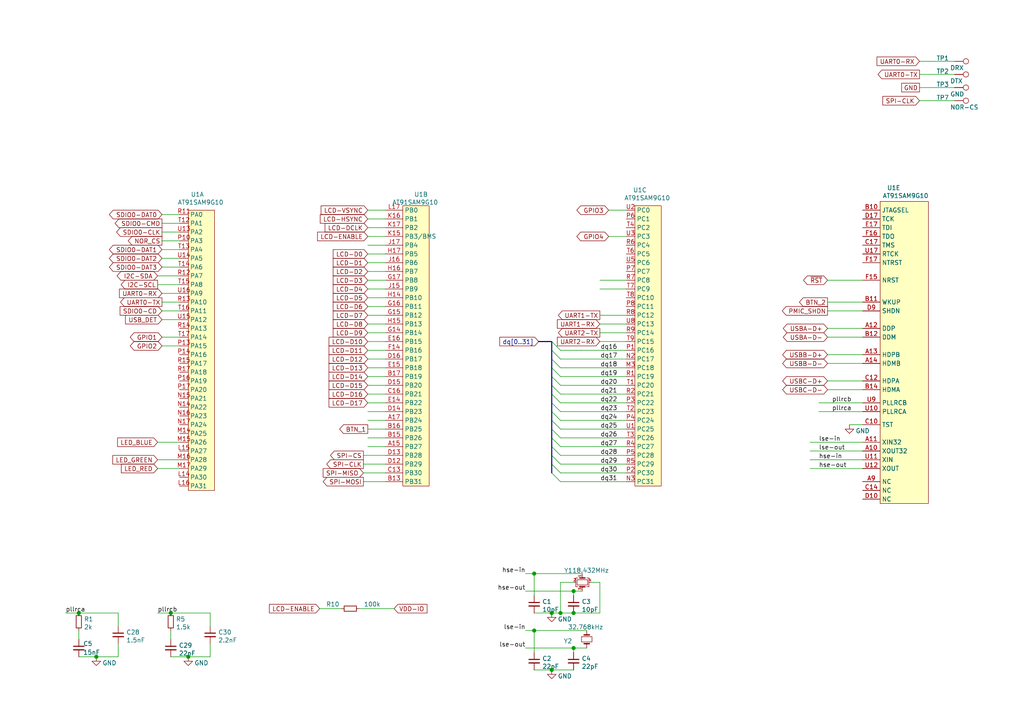
<source format=kicad_sch>
(kicad_sch (version 20231120) (generator "eeschema") (generator_version "8.0")
  (paper "A4")
  (title_block (title "SAM9G10 SBC") (rev "0.1") (company "vd-rd"))
  (lib_symbols
    (symbol "AT91SAM9G10_1"
      (property "Reference" "U" (at 0 43.18 0))
      (property "Value" "AT91SAM9G10_1" (at -8.89 43.18 0))
      (symbol "AT91SAM9G10_1_1_0"
        (pin passive line (at -6.35 -36.83 0) (length 2.54) (name "PA30") (number "L14"))
        (pin passive line (at -6.35 -29.21 0) (length 2.54) (name "PA27") (number "L15"))
        (pin passive line (at -6.35 -39.37 0) (length 2.54) (name "PA31") (number "L16"))
        (pin passive line (at -6.35 -24.13 0) (length 2.54) (name "PA25") (number "M14"))
        (pin passive line (at -6.35 -26.67 0) (length 2.54) (name "PA26") (number "M15"))
        (pin passive line (at -6.35 -31.75 0) (length 2.54) (name "PA28") (number "M16"))
        (pin passive line (at -6.35 -34.29 0) (length 2.54) (name "PA29") (number "M17"))
        (pin passive line (at -6.35 -16.51 0) (length 2.54) (name "PA22") (number "N14"))
        (pin passive line (at -6.35 -13.97 0) (length 2.54) (name "PA21") (number "N15"))
        (pin passive line (at -6.35 -19.05 0) (length 2.54) (name "PA23") (number "N16"))
        (pin passive line (at -6.35 -21.59 0) (length 2.54) (name "PA24") (number "N17"))
        (pin passive line (at -6.35 31.75 0) (length 2.54) (name "PA3") (number "P10"))
        (pin passive line (at -6.35 1.27 0) (length 2.54) (name "PA15") (number "P13"))
        (pin passive line (at -6.35 -1.27 0) (length 2.54) (name "PA16") (number "P14"))
        (pin passive line (at -6.35 -8.89 0) (length 2.54) (name "PA19") (number "P16"))
        (pin passive line (at -6.35 -11.43 0) (length 2.54) (name "PA20") (number "P17"))
        (pin passive line (at -6.35 39.37 0) (length 2.54) (name "PA0") (number "R11"))
        (pin passive line (at -6.35 21.59 0) (length 2.54) (name "PA7") (number "R12"))
        (pin passive line (at -6.35 13.97 0) (length 2.54) (name "PA10") (number "R13"))
        (pin passive line (at -6.35 6.35 0) (length 2.54) (name "PA13") (number "R14"))
        (pin passive line (at -6.35 -3.81 0) (length 2.54) (name "PA17") (number "R15"))
        (pin passive line (at -6.35 -6.35 0) (length 2.54) (name "PA18") (number "R17"))
        (pin passive line (at -6.35 36.83 0) (length 2.54) (name "PA1") (number "T12"))
        (pin passive line (at -6.35 29.21 0) (length 2.54) (name "PA4") (number "T13"))
        (pin passive line (at -6.35 24.13 0) (length 2.54) (name "PA6") (number "T14"))
        (pin passive line (at -6.35 19.05 0) (length 2.54) (name "PA8") (number "T15"))
        (pin passive line (at -6.35 11.43 0) (length 2.54) (name "PA11") (number "T16"))
        (pin passive line (at -6.35 3.81 0) (length 2.54) (name "PA14") (number "T17"))
        (pin passive line (at -6.35 34.29 0) (length 2.54) (name "PA2") (number "U13"))
        (pin passive line (at -6.35 26.67 0) (length 2.54) (name "PA5") (number "U14"))
        (pin passive line (at -6.35 8.89 0) (length 2.54) (name "PA12") (number "U15"))
        (pin passive line (at -6.35 16.51 0) (length 2.54) (name "PA9") (number "U16"))
      )
      (symbol "AT91SAM9G10_1_2_0"
        (pin passive line (at -8.89 -29.21 0) (length 5.08) (name "PB27") (number "A15"))
        (pin passive line (at -8.89 -21.59 0) (length 5.08) (name "PB24") (number "A17"))
        (pin passive line (at -8.89 -39.37 0) (length 5.08) (name "PB31") (number "B13"))
        (pin passive line (at -8.89 -26.67 0) (length 5.08) (name "PB26") (number "B15"))
        (pin passive line (at -8.89 -24.13 0) (length 5.08) (name "PB25") (number "B16"))
        (pin passive line (at -8.89 -8.89 0) (length 5.08) (name "PB19") (number "B17"))
        (pin passive line (at -8.89 -36.83 0) (length 5.08) (name "PB30") (number "C13"))
        (pin passive line (at -8.89 -13.97 0) (length 5.08) (name "PB21") (number "C16"))
        (pin passive line (at -8.89 -34.29 0) (length 5.08) (name "PB29") (number "D12"))
        (pin passive line (at -8.89 -31.75 0) (length 5.08) (name "PB28") (number "D13"))
        (pin passive line (at -8.89 -19.05 0) (length 5.08) (name "PB23") (number "D14"))
        (pin passive line (at -8.89 -11.43 0) (length 5.08) (name "PB20") (number "D15"))
        (pin passive line (at -8.89 -3.81 0) (length 5.08) (name "PB17") (number "D16"))
        (pin passive line (at -8.89 -16.51 0) (length 5.08) (name "PB22") (number "E14"))
        (pin passive line (at -8.89 -6.35 0) (length 5.08) (name "PB18") (number "E15"))
        (pin passive line (at -8.89 1.27 0) (length 5.08) (name "PB15") (number "E16"))
        (pin passive line (at -8.89 -1.27 0) (length 5.08) (name "PB16") (number "F14"))
        (pin passive line (at -8.89 3.81 0) (length 5.08) (name "PB14") (number "G14"))
        (pin passive line (at -8.89 8.89 0) (length 5.08) (name "PB12") (number "G15"))
        (pin passive line (at -8.89 11.43 0) (length 5.08) (name "PB11") (number "G16"))
        (pin passive line (at -8.89 19.05 0) (length 5.08) (name "PB8") (number "G17"))
        (pin passive line (at -8.89 13.97 0) (length 5.08) (name "PB10") (number "H14"))
        (pin passive line (at -8.89 6.35 0) (length 5.08) (name "PB13") (number "H15"))
        (pin passive line (at -8.89 21.59 0) (length 5.08) (name "PB7") (number "H16"))
        (pin passive line (at -8.89 26.67 0) (length 5.08) (name "PB5") (number "H17"))
        (pin passive line (at -8.89 16.51 0) (length 5.08) (name "PB9") (number "J15"))
        (pin passive line (at -8.89 24.13 0) (length 5.08) (name "PB6") (number "J16"))
        (pin passive line (at -8.89 29.21 0) (length 5.08) (name "PB4") (number "J17"))
        (pin passive line (at -8.89 31.75 0) (length 5.08) (name "PB3/BMS") (number "K15"))
        (pin passive line (at -8.89 36.83 0) (length 5.08) (name "PB1") (number "K16"))
        (pin passive line (at -8.89 34.29 0) (length 5.08) (name "PB2") (number "K17"))
        (pin passive line (at -8.89 39.37 0) (length 5.08) (name "PB0") (number "L17"))
      )
      (symbol "AT91SAM9G10_1_3_0"
        (pin passive line (at -6.35 -6.35 0) (length 2.54) (name "PC18") (number "M3"))
        (pin passive line (at -6.35 -3.81 0) (length 2.54) (name "PC17") (number "N2"))
        (pin passive line (at -6.35 -39.37 0) (length 2.54) (name "PC31") (number "N3"))
        (pin passive line (at -6.35 -1.27 0) (length 2.54) (name "PC16") (number "P1"))
        (pin passive line (at -6.35 -36.83 0) (length 2.54) (name "PC30") (number "P2"))
        (pin passive line (at -6.35 -16.51 0) (length 2.54) (name "PC22") (number "P3"))
        (pin passive line (at -6.35 -21.59 0) (length 2.54) (name "PC24") (number "P4"))
        (pin passive line (at -6.35 -31.75 0) (length 2.54) (name "PC28") (number "P5"))
        (pin passive line (at -6.35 36.83 0) (length 2.54) (name "PC1") (number "P6"))
        (pin passive line (at -6.35 21.59 0) (length 2.54) (name "PC7") (number "P7"))
        (pin passive line (at -6.35 11.43 0) (length 2.54) (name "PC11") (number "P8"))
        (pin passive line (at -6.35 -8.89 0) (length 2.54) (name "PC19") (number "R1"))
        (pin passive line (at -6.35 -13.97 0) (length 2.54) (name "PC21") (number "R2"))
        (pin passive line (at -6.35 -29.21 0) (length 2.54) (name "PC27") (number "R4"))
        (pin passive line (at -6.35 -34.29 0) (length 2.54) (name "PC29") (number "R5"))
        (pin passive line (at -6.35 29.21 0) (length 2.54) (name "PC4") (number "R6"))
        (pin passive line (at -6.35 19.05 0) (length 2.54) (name "PC8") (number "R7"))
        (pin passive line (at -6.35 8.89 0) (length 2.54) (name "PC12") (number "R8"))
        (pin passive line (at -6.35 3.81 0) (length 2.54) (name "PC14") (number "R9"))
        (pin passive line (at -6.35 -11.43 0) (length 2.54) (name "PC20") (number "T1"))
        (pin passive line (at -6.35 -19.05 0) (length 2.54) (name "PC23") (number "T2"))
        (pin passive line (at -6.35 -26.67 0) (length 2.54) (name "PC26") (number "T3"))
        (pin passive line (at -6.35 34.29 0) (length 2.54) (name "PC2") (number "T4"))
        (pin passive line (at -6.35 26.67 0) (length 2.54) (name "PC5") (number "T6"))
        (pin passive line (at -6.35 16.51 0) (length 2.54) (name "PC9") (number "T7"))
        (pin passive line (at -6.35 13.97 0) (length 2.54) (name "PC10") (number "T8"))
        (pin passive line (at -6.35 1.27 0) (length 2.54) (name "PC15") (number "T9"))
        (pin passive line (at -6.35 -24.13 0) (length 2.54) (name "PC25") (number "U1"))
        (pin passive line (at -6.35 39.37 0) (length 2.54) (name "PC0") (number "U2"))
        (pin passive line (at -6.35 31.75 0) (length 2.54) (name "PC3") (number "U3"))
        (pin passive line (at -6.35 24.13 0) (length 2.54) (name "PC6") (number "U5"))
        (pin passive line (at -6.35 6.35 0) (length 2.54) (name "PC13") (number "U8"))
      )
      (symbol "AT91SAM9G10_1_4_0"
        (pin passive line (at -10.16 -10.16 0) (length 2.54) (name "A19") (number "A1"))
        (pin passive line (at -10.16 -2.54 0) (length 2.54) (name "A16/BA0") (number "A2"))
        (pin passive line (at -10.16 2.54 0) (length 2.54) (name "A14") (number "A3"))
        (pin passive line (at -10.16 7.62 0) (length 2.54) (name "A12") (number "A4"))
        (pin passive line (at -10.16 15.24 0) (length 2.54) (name "A9") (number "A5"))
        (pin passive line (at -10.16 22.86 0) (length 2.54) (name "A6") (number "A6"))
        (pin passive line (at -10.16 30.48 0) (length 2.54) (name "A3") (number "A7"))
        (pin passive line (at -10.16 33.02 0) (length 2.54) (name "A2") (number "A8"))
        (pin passive line (at -10.16 -12.7 0) (length 2.54) (name "A20") (number "B1"))
        (pin passive line (at -10.16 -7.62 0) (length 2.54) (name "A18") (number "B2"))
        (pin passive line (at -10.16 0 0) (length 2.54) (name "A15") (number "B3"))
        (pin passive line (at -10.16 5.08 0) (length 2.54) (name "A13") (number "B4"))
        (pin passive line (at -10.16 10.16 0) (length 2.54) (name "A11") (number "B5"))
        (pin passive line (at -10.16 20.32 0) (length 2.54) (name "A7") (number "B6"))
        (pin passive line (at -10.16 27.94 0) (length 2.54) (name "A4") (number "B7"))
        (pin passive line (at -10.16 35.56 0) (length 2.54) (name "A1/NBS2/NWR2") (number "B8"))
        (pin passive line (at -10.16 -17.78 0) (length 2.54) (name "A22") (number "C1"))
        (pin passive line (at -10.16 -15.24 0) (length 2.54) (name "A21") (number "C2"))
        (pin passive line (at -10.16 -5.08 0) (length 2.54) (name "A17/BA1") (number "C4"))
        (pin passive line (at -10.16 17.78 0) (length 2.54) (name "A8") (number "C6"))
        (pin passive line (at 24.13 -11.43 180) (length 5.08) (name "NCS2") (number "D1"))
        (pin passive line (at 24.13 -8.89 180) (length 5.08) (name "NCS1/SDCS") (number "D2"))
        (pin passive line (at -10.16 12.7 0) (length 2.54) (name "A10") (number "D6"))
        (pin passive line (at -10.16 25.4 0) (length 2.54) (name "A5") (number "D7"))
        (pin passive line (at -10.16 38.1 0) (length 2.54) (name "A0/NBS0") (number "D8"))
        (pin passive line (at 24.13 -21.59 180) (length 5.08) (name "NWR1/NBS1/CFIOR") (number "E1"))
        (pin passive line (at 24.13 -19.05 180) (length 5.08) (name "NWR0/NWE/CFWE") (number "E2"))
        (pin passive line (at 24.13 -29.21 180) (length 5.08) (name "NRD/CFOE") (number "E3"))
        (pin passive line (at -12.7 -22.86 0) (length 5.08) (name "SDA10") (number "E4"))
        (pin passive line (at -12.7 -38.1 0) (length 5.08) (name "SDCKE") (number "F1"))
        (pin passive line (at -12.7 -27.94 0) (length 5.08) (name "RAS") (number "F2"))
        (pin passive line (at 24.13 -24.13 180) (length 5.08) (name "NWR3/NBS3/CFIOW") (number "F3"))
        (pin passive line (at 24.13 -6.35 180) (length 5.08) (name "NCS0") (number "F4"))
        (pin passive line (at 24.13 38.1 180) (length 5.08) (name "D0") (number "G1"))
        (pin passive line (at 24.13 35.56 180) (length 5.08) (name "D1") (number "G2"))
        (pin passive line (at -12.7 -30.48 0) (length 5.08) (name "SDWE") (number "G3"))
        (pin passive line (at 24.13 -13.97 180) (length 5.08) (name "NCS3/NANDCS") (number "G4"))
        (pin passive line (at 24.13 33.02 180) (length 5.08) (name "D2") (number "H1"))
        (pin passive line (at 24.13 30.48 180) (length 5.08) (name "D3") (number "H2"))
        (pin passive line (at -12.7 -35.56 0) (length 5.08) (name "SDCK") (number "H4"))
        (pin passive line (at 24.13 27.94 180) (length 5.08) (name "D4") (number "J1"))
        (pin passive line (at 24.13 25.4 180) (length 5.08) (name "D5") (number "J2"))
        (pin passive line (at -12.7 -33.02 0) (length 5.08) (name "CAS") (number "J4"))
        (pin passive line (at 24.13 22.86 180) (length 5.08) (name "D6") (number "K1"))
        (pin passive line (at 24.13 17.78 180) (length 5.08) (name "D8") (number "K2"))
        (pin passive line (at 24.13 12.7 180) (length 5.08) (name "D10") (number "K3"))
        (pin passive line (at 24.13 20.32 180) (length 5.08) (name "D7") (number "K4"))
        (pin passive line (at 24.13 15.24 180) (length 5.08) (name "D9") (number "L1"))
        (pin passive line (at 24.13 10.16 180) (length 5.08) (name "D11") (number "L2"))
        (pin passive line (at 24.13 7.62 180) (length 5.08) (name "D12") (number "L3"))
        (pin passive line (at 24.13 5.08 180) (length 5.08) (name "D13") (number "M1"))
        (pin passive line (at 24.13 0 180) (length 5.08) (name "D15") (number "M2"))
        (pin passive line (at 24.13 2.54 180) (length 5.08) (name "D14") (number "N1"))
      )
      (symbol "AT91SAM9G10_1_5_0"
        (pin passive line (at -8.89 -31.75 0) (length 5.08) (name "XOUT32") (number "A10"))
        (pin passive line (at -8.89 -29.21 0) (length 5.08) (name "XIN32") (number "A11"))
        (pin passive line (at -8.89 3.81 0) (length 5.08) (name "DDP") (number "A12"))
        (pin passive line (at -8.89 -3.81 0) (length 5.08) (name "HDPB") (number "A13"))
        (pin passive line (at -8.89 -6.35 0) (length 5.08) (name "HDMB") (number "A14"))
        (pin passive line (at -8.89 -40.64 0) (length 5.08) (name "NC") (number "A9"))
        (pin passive line (at -8.89 38.1 0) (length 5.08) (name "JTAGSEL") (number "B10"))
        (pin passive line (at -8.89 11.43 0) (length 5.08) (name "WKUP") (number "B11"))
        (pin passive line (at -8.89 1.27 0) (length 5.08) (name "DDM") (number "B12"))
        (pin passive line (at -8.89 -13.97 0) (length 5.08) (name "HDMA") (number "B14"))
        (pin passive line (at -8.89 -24.13 0) (length 5.08) (name "TST") (number "C10"))
        (pin passive line (at -8.89 -11.43 0) (length 5.08) (name "HDPA") (number "C12"))
        (pin passive line (at -8.89 -43.18 0) (length 5.08) (name "NC") (number "C14"))
        (pin passive line (at -8.89 27.94 0) (length 5.08) (name "TMS") (number "C17"))
        (pin passive line (at -8.89 -45.72 0) (length 5.08) (name "NC") (number "D10"))
        (pin passive line (at -8.89 35.56 0) (length 5.08) (name "TCK") (number "D17"))
        (pin passive line (at -8.89 8.89 0) (length 5.08) (name "SHDN") (number "D9"))
        (pin passive line (at -8.89 33.02 0) (length 5.08) (name "TDI") (number "E17"))
        (pin passive line (at -8.89 17.78 0) (length 5.08) (name "NRST") (number "F15"))
        (pin passive line (at -8.89 30.48 0) (length 5.08) (name "TDO") (number "F16"))
        (pin passive line (at -8.89 22.86 0) (length 5.08) (name "NTRST") (number "F17"))
        (pin passive line (at -8.89 -20.32 0) (length 5.08) (name "PLLRCA") (number "U10"))
        (pin passive line (at -8.89 -34.29 0) (length 5.08) (name "XIN") (number "U11"))
        (pin passive line (at -8.89 -36.83 0) (length 5.08) (name "XOUT") (number "U12"))
        (pin passive line (at -8.89 25.4 0) (length 5.08) (name "RTCK") (number "U17"))
        (pin passive line (at -8.89 -17.78 0) (length 5.08) (name "PLLRCB") (number "U9"))
      )
      (symbol "AT91SAM9G10_1_6_0"
        (pin passive line (at -6.35 19.05 0) (length 5.08) (name "GND") (number "A16"))
        (pin power_in line (at 21.59 -16.51 180) (length 5.08) (name "VDDBU") (number "B9"))
        (pin passive line (at -6.35 13.97 0) (length 5.08) (name "GND") (number "C11"))
        (pin power_in line (at 21.59 2.54 180) (length 5.08) (name "VDDIOP") (number "C15"))
        (pin power_in line (at 21.59 22.86 180) (length 5.08) (name "VDDIOM") (number "C3"))
        (pin power_in line (at 21.59 20.32 180) (length 5.08) (name "VDDIOM") (number "C5"))
        (pin passive line (at -6.35 16.51 0) (length 5.08) (name "GND") (number "C7"))
        (pin power_in line (at 21.59 17.78 180) (length 5.08) (name "VDDIOM") (number "C8"))
        (pin passive line (at -6.35 26.67 0) (length 5.08) (name "GNDBU") (number "C9"))
        (pin power_in line (at 21.59 0 180) (length 5.08) (name "VDDIOP") (number "D11"))
        (pin passive line (at -6.35 11.43 0) (length 5.08) (name "GND") (number "D3"))
        (pin power_in line (at 21.59 15.24 180) (length 5.08) (name "VDDIOM") (number "D4"))
        (pin power_in line (at 21.59 29.21 180) (length 5.08) (name "VDDCORE") (number "D5"))
        (pin passive line (at -6.35 3.81 0) (length 5.08) (name "GND") (number "H10"))
        (pin power_in line (at 21.59 12.7 180) (length 5.08) (name "VDDIOM") (number "H3"))
        (pin passive line (at -6.35 8.89 0) (length 5.08) (name "GND") (number "H8"))
        (pin passive line (at -6.35 6.35 0) (length 5.08) (name "GND") (number "H9"))
        (pin passive line (at -6.35 -6.35 0) (length 5.08) (name "GND") (number "J10"))
        (pin power_in line (at 21.59 -2.54 180) (length 5.08) (name "VDDIOP") (number "J14"))
        (pin passive line (at -6.35 1.27 0) (length 5.08) (name "GND") (number "J3"))
        (pin passive line (at -6.35 -1.27 0) (length 5.08) (name "GND") (number "J8"))
        (pin passive line (at -6.35 -3.81 0) (length 5.08) (name "GND") (number "J9"))
        (pin passive line (at -6.35 -13.97 0) (length 5.08) (name "GND") (number "K10"))
        (pin power_in line (at 21.59 36.83 180) (length 5.08) (name "VDDCORE") (number "K14"))
        (pin passive line (at -6.35 -8.89 0) (length 5.08) (name "GND") (number "K8"))
        (pin passive line (at -6.35 -11.43 0) (length 5.08) (name "GND") (number "K9"))
        (pin power_in line (at 21.59 10.16 180) (length 5.08) (name "VDDIOM") (number "L4"))
        (pin power_in line (at 21.59 34.29 180) (length 5.08) (name "VDDCORE") (number "M4"))
        (pin power_in line (at 21.59 7.62 180) (length 5.08) (name "VDDIOM") (number "N4"))
        (pin power_in line (at 21.59 -5.08 180) (length 5.08) (name "VDDIOP") (number "P11"))
        (pin power_in line (at 21.59 31.75 180) (length 5.08) (name "VDDCORE") (number "P12"))
        (pin power_in line (at 21.59 -7.62 180) (length 5.08) (name "VDDIOP") (number "P15"))
        (pin passive line (at -6.35 21.59 0) (length 5.08) (name "GNDPLL") (number "P9"))
        (pin passive line (at 21.59 -20.32 180) (length 5.08) (name "VDDPLL") (number "R10"))
        (pin passive line (at -6.35 -19.05 0) (length 5.08) (name "GND") (number "R16"))
        (pin passive line (at -6.35 -16.51 0) (length 5.08) (name "GND") (number "R3"))
        (pin passive line (at 21.59 -24.13 180) (length 5.08) (name "VDDOSC") (number "T10"))
        (pin passive line (at -6.35 24.13 0) (length 5.08) (name "GNDOSC") (number "T11"))
        (pin power_in line (at 21.59 -10.16 180) (length 5.08) (name "VDDIOP") (number "T5"))
        (pin passive line (at -6.35 -21.59 0) (length 5.08) (name "GND") (number "U4"))
        (pin power_in line (at 21.59 -12.7 180) (length 5.08) (name "VDDIOP") (number "U6"))
        (pin passive line (at -6.35 -24.13 0) (length 5.08) (name "GND") (number "U7"))
      )
    )
    (symbol "AT91SAM9G10_2"
      (property "Reference" "U" (at 0 43.18 0))
      (property "Value" "AT91SAM9G10_2" (at -8.89 43.18 0))
      (symbol "AT91SAM9G10_2_1_0"
        (pin passive line (at -6.35 -36.83 0) (length 2.54) (name "PA30") (number "L14"))
        (pin passive line (at -6.35 -29.21 0) (length 2.54) (name "PA27") (number "L15"))
        (pin passive line (at -6.35 -39.37 0) (length 2.54) (name "PA31") (number "L16"))
        (pin passive line (at -6.35 -24.13 0) (length 2.54) (name "PA25") (number "M14"))
        (pin passive line (at -6.35 -26.67 0) (length 2.54) (name "PA26") (number "M15"))
        (pin passive line (at -6.35 -31.75 0) (length 2.54) (name "PA28") (number "M16"))
        (pin passive line (at -6.35 -34.29 0) (length 2.54) (name "PA29") (number "M17"))
        (pin passive line (at -6.35 -16.51 0) (length 2.54) (name "PA22") (number "N14"))
        (pin passive line (at -6.35 -13.97 0) (length 2.54) (name "PA21") (number "N15"))
        (pin passive line (at -6.35 -19.05 0) (length 2.54) (name "PA23") (number "N16"))
        (pin passive line (at -6.35 -21.59 0) (length 2.54) (name "PA24") (number "N17"))
        (pin passive line (at -6.35 31.75 0) (length 2.54) (name "PA3") (number "P10"))
        (pin passive line (at -6.35 1.27 0) (length 2.54) (name "PA15") (number "P13"))
        (pin passive line (at -6.35 -1.27 0) (length 2.54) (name "PA16") (number "P14"))
        (pin passive line (at -6.35 -8.89 0) (length 2.54) (name "PA19") (number "P16"))
        (pin passive line (at -6.35 -11.43 0) (length 2.54) (name "PA20") (number "P17"))
        (pin passive line (at -6.35 39.37 0) (length 2.54) (name "PA0") (number "R11"))
        (pin passive line (at -6.35 21.59 0) (length 2.54) (name "PA7") (number "R12"))
        (pin passive line (at -6.35 13.97 0) (length 2.54) (name "PA10") (number "R13"))
        (pin passive line (at -6.35 6.35 0) (length 2.54) (name "PA13") (number "R14"))
        (pin passive line (at -6.35 -3.81 0) (length 2.54) (name "PA17") (number "R15"))
        (pin passive line (at -6.35 -6.35 0) (length 2.54) (name "PA18") (number "R17"))
        (pin passive line (at -6.35 36.83 0) (length 2.54) (name "PA1") (number "T12"))
        (pin passive line (at -6.35 29.21 0) (length 2.54) (name "PA4") (number "T13"))
        (pin passive line (at -6.35 24.13 0) (length 2.54) (name "PA6") (number "T14"))
        (pin passive line (at -6.35 19.05 0) (length 2.54) (name "PA8") (number "T15"))
        (pin passive line (at -6.35 11.43 0) (length 2.54) (name "PA11") (number "T16"))
        (pin passive line (at -6.35 3.81 0) (length 2.54) (name "PA14") (number "T17"))
        (pin passive line (at -6.35 34.29 0) (length 2.54) (name "PA2") (number "U13"))
        (pin passive line (at -6.35 26.67 0) (length 2.54) (name "PA5") (number "U14"))
        (pin passive line (at -6.35 8.89 0) (length 2.54) (name "PA12") (number "U15"))
        (pin passive line (at -6.35 16.51 0) (length 2.54) (name "PA9") (number "U16"))
      )
      (symbol "AT91SAM9G10_2_2_0"
        (pin passive line (at -8.89 -29.21 0) (length 5.08) (name "PB27") (number "A15"))
        (pin passive line (at -8.89 -21.59 0) (length 5.08) (name "PB24") (number "A17"))
        (pin passive line (at -8.89 -39.37 0) (length 5.08) (name "PB31") (number "B13"))
        (pin passive line (at -8.89 -26.67 0) (length 5.08) (name "PB26") (number "B15"))
        (pin passive line (at -8.89 -24.13 0) (length 5.08) (name "PB25") (number "B16"))
        (pin passive line (at -8.89 -8.89 0) (length 5.08) (name "PB19") (number "B17"))
        (pin passive line (at -8.89 -36.83 0) (length 5.08) (name "PB30") (number "C13"))
        (pin passive line (at -8.89 -13.97 0) (length 5.08) (name "PB21") (number "C16"))
        (pin passive line (at -8.89 -34.29 0) (length 5.08) (name "PB29") (number "D12"))
        (pin passive line (at -8.89 -31.75 0) (length 5.08) (name "PB28") (number "D13"))
        (pin passive line (at -8.89 -19.05 0) (length 5.08) (name "PB23") (number "D14"))
        (pin passive line (at -8.89 -11.43 0) (length 5.08) (name "PB20") (number "D15"))
        (pin passive line (at -8.89 -3.81 0) (length 5.08) (name "PB17") (number "D16"))
        (pin passive line (at -8.89 -16.51 0) (length 5.08) (name "PB22") (number "E14"))
        (pin passive line (at -8.89 -6.35 0) (length 5.08) (name "PB18") (number "E15"))
        (pin passive line (at -8.89 1.27 0) (length 5.08) (name "PB15") (number "E16"))
        (pin passive line (at -8.89 -1.27 0) (length 5.08) (name "PB16") (number "F14"))
        (pin passive line (at -8.89 3.81 0) (length 5.08) (name "PB14") (number "G14"))
        (pin passive line (at -8.89 8.89 0) (length 5.08) (name "PB12") (number "G15"))
        (pin passive line (at -8.89 11.43 0) (length 5.08) (name "PB11") (number "G16"))
        (pin passive line (at -8.89 19.05 0) (length 5.08) (name "PB8") (number "G17"))
        (pin passive line (at -8.89 13.97 0) (length 5.08) (name "PB10") (number "H14"))
        (pin passive line (at -8.89 6.35 0) (length 5.08) (name "PB13") (number "H15"))
        (pin passive line (at -8.89 21.59 0) (length 5.08) (name "PB7") (number "H16"))
        (pin passive line (at -8.89 26.67 0) (length 5.08) (name "PB5") (number "H17"))
        (pin passive line (at -8.89 16.51 0) (length 5.08) (name "PB9") (number "J15"))
        (pin passive line (at -8.89 24.13 0) (length 5.08) (name "PB6") (number "J16"))
        (pin passive line (at -8.89 29.21 0) (length 5.08) (name "PB4") (number "J17"))
        (pin passive line (at -8.89 31.75 0) (length 5.08) (name "PB3/BMS") (number "K15"))
        (pin passive line (at -8.89 36.83 0) (length 5.08) (name "PB1") (number "K16"))
        (pin passive line (at -8.89 34.29 0) (length 5.08) (name "PB2") (number "K17"))
        (pin passive line (at -8.89 39.37 0) (length 5.08) (name "PB0") (number "L17"))
      )
      (symbol "AT91SAM9G10_2_3_0"
        (pin passive line (at -6.35 -6.35 0) (length 2.54) (name "PC18") (number "M3"))
        (pin passive line (at -6.35 -3.81 0) (length 2.54) (name "PC17") (number "N2"))
        (pin passive line (at -6.35 -39.37 0) (length 2.54) (name "PC31") (number "N3"))
        (pin passive line (at -6.35 -1.27 0) (length 2.54) (name "PC16") (number "P1"))
        (pin passive line (at -6.35 -36.83 0) (length 2.54) (name "PC30") (number "P2"))
        (pin passive line (at -6.35 -16.51 0) (length 2.54) (name "PC22") (number "P3"))
        (pin passive line (at -6.35 -21.59 0) (length 2.54) (name "PC24") (number "P4"))
        (pin passive line (at -6.35 -31.75 0) (length 2.54) (name "PC28") (number "P5"))
        (pin passive line (at -6.35 36.83 0) (length 2.54) (name "PC1") (number "P6"))
        (pin passive line (at -6.35 21.59 0) (length 2.54) (name "PC7") (number "P7"))
        (pin passive line (at -6.35 11.43 0) (length 2.54) (name "PC11") (number "P8"))
        (pin passive line (at -6.35 -8.89 0) (length 2.54) (name "PC19") (number "R1"))
        (pin passive line (at -6.35 -13.97 0) (length 2.54) (name "PC21") (number "R2"))
        (pin passive line (at -6.35 -29.21 0) (length 2.54) (name "PC27") (number "R4"))
        (pin passive line (at -6.35 -34.29 0) (length 2.54) (name "PC29") (number "R5"))
        (pin passive line (at -6.35 29.21 0) (length 2.54) (name "PC4") (number "R6"))
        (pin passive line (at -6.35 19.05 0) (length 2.54) (name "PC8") (number "R7"))
        (pin passive line (at -6.35 8.89 0) (length 2.54) (name "PC12") (number "R8"))
        (pin passive line (at -6.35 3.81 0) (length 2.54) (name "PC14") (number "R9"))
        (pin passive line (at -6.35 -11.43 0) (length 2.54) (name "PC20") (number "T1"))
        (pin passive line (at -6.35 -19.05 0) (length 2.54) (name "PC23") (number "T2"))
        (pin passive line (at -6.35 -26.67 0) (length 2.54) (name "PC26") (number "T3"))
        (pin passive line (at -6.35 34.29 0) (length 2.54) (name "PC2") (number "T4"))
        (pin passive line (at -6.35 26.67 0) (length 2.54) (name "PC5") (number "T6"))
        (pin passive line (at -6.35 16.51 0) (length 2.54) (name "PC9") (number "T7"))
        (pin passive line (at -6.35 13.97 0) (length 2.54) (name "PC10") (number "T8"))
        (pin passive line (at -6.35 1.27 0) (length 2.54) (name "PC15") (number "T9"))
        (pin passive line (at -6.35 -24.13 0) (length 2.54) (name "PC25") (number "U1"))
        (pin passive line (at -6.35 39.37 0) (length 2.54) (name "PC0") (number "U2"))
        (pin passive line (at -6.35 31.75 0) (length 2.54) (name "PC3") (number "U3"))
        (pin passive line (at -6.35 24.13 0) (length 2.54) (name "PC6") (number "U5"))
        (pin passive line (at -6.35 6.35 0) (length 2.54) (name "PC13") (number "U8"))
      )
      (symbol "AT91SAM9G10_2_4_0"
        (pin passive line (at -10.16 -10.16 0) (length 2.54) (name "A19") (number "A1"))
        (pin passive line (at -10.16 -2.54 0) (length 2.54) (name "A16/BA0") (number "A2"))
        (pin passive line (at -10.16 2.54 0) (length 2.54) (name "A14") (number "A3"))
        (pin passive line (at -10.16 7.62 0) (length 2.54) (name "A12") (number "A4"))
        (pin passive line (at -10.16 15.24 0) (length 2.54) (name "A9") (number "A5"))
        (pin passive line (at -10.16 22.86 0) (length 2.54) (name "A6") (number "A6"))
        (pin passive line (at -10.16 30.48 0) (length 2.54) (name "A3") (number "A7"))
        (pin passive line (at -10.16 33.02 0) (length 2.54) (name "A2") (number "A8"))
        (pin passive line (at -10.16 -12.7 0) (length 2.54) (name "A20") (number "B1"))
        (pin passive line (at -10.16 -7.62 0) (length 2.54) (name "A18") (number "B2"))
        (pin passive line (at -10.16 0 0) (length 2.54) (name "A15") (number "B3"))
        (pin passive line (at -10.16 5.08 0) (length 2.54) (name "A13") (number "B4"))
        (pin passive line (at -10.16 10.16 0) (length 2.54) (name "A11") (number "B5"))
        (pin passive line (at -10.16 20.32 0) (length 2.54) (name "A7") (number "B6"))
        (pin passive line (at -10.16 27.94 0) (length 2.54) (name "A4") (number "B7"))
        (pin passive line (at -10.16 35.56 0) (length 2.54) (name "A1/NBS2/NWR2") (number "B8"))
        (pin passive line (at -10.16 -17.78 0) (length 2.54) (name "A22") (number "C1"))
        (pin passive line (at -10.16 -15.24 0) (length 2.54) (name "A21") (number "C2"))
        (pin passive line (at -10.16 -5.08 0) (length 2.54) (name "A17/BA1") (number "C4"))
        (pin passive line (at -10.16 17.78 0) (length 2.54) (name "A8") (number "C6"))
        (pin passive line (at 24.13 -11.43 180) (length 5.08) (name "NCS2") (number "D1"))
        (pin passive line (at 24.13 -8.89 180) (length 5.08) (name "NCS1/SDCS") (number "D2"))
        (pin passive line (at -10.16 12.7 0) (length 2.54) (name "A10") (number "D6"))
        (pin passive line (at -10.16 25.4 0) (length 2.54) (name "A5") (number "D7"))
        (pin passive line (at -10.16 38.1 0) (length 2.54) (name "A0/NBS0") (number "D8"))
        (pin passive line (at 24.13 -21.59 180) (length 5.08) (name "NWR1/NBS1/CFIOR") (number "E1"))
        (pin passive line (at 24.13 -19.05 180) (length 5.08) (name "NWR0/NWE/CFWE") (number "E2"))
        (pin passive line (at 24.13 -29.21 180) (length 5.08) (name "NRD/CFOE") (number "E3"))
        (pin passive line (at -12.7 -22.86 0) (length 5.08) (name "SDA10") (number "E4"))
        (pin passive line (at -12.7 -38.1 0) (length 5.08) (name "SDCKE") (number "F1"))
        (pin passive line (at -12.7 -27.94 0) (length 5.08) (name "RAS") (number "F2"))
        (pin passive line (at 24.13 -24.13 180) (length 5.08) (name "NWR3/NBS3/CFIOW") (number "F3"))
        (pin passive line (at 24.13 -6.35 180) (length 5.08) (name "NCS0") (number "F4"))
        (pin passive line (at 24.13 38.1 180) (length 5.08) (name "D0") (number "G1"))
        (pin passive line (at 24.13 35.56 180) (length 5.08) (name "D1") (number "G2"))
        (pin passive line (at -12.7 -30.48 0) (length 5.08) (name "SDWE") (number "G3"))
        (pin passive line (at 24.13 -13.97 180) (length 5.08) (name "NCS3/NANDCS") (number "G4"))
        (pin passive line (at 24.13 33.02 180) (length 5.08) (name "D2") (number "H1"))
        (pin passive line (at 24.13 30.48 180) (length 5.08) (name "D3") (number "H2"))
        (pin passive line (at -12.7 -35.56 0) (length 5.08) (name "SDCK") (number "H4"))
        (pin passive line (at 24.13 27.94 180) (length 5.08) (name "D4") (number "J1"))
        (pin passive line (at 24.13 25.4 180) (length 5.08) (name "D5") (number "J2"))
        (pin passive line (at -12.7 -33.02 0) (length 5.08) (name "CAS") (number "J4"))
        (pin passive line (at 24.13 22.86 180) (length 5.08) (name "D6") (number "K1"))
        (pin passive line (at 24.13 17.78 180) (length 5.08) (name "D8") (number "K2"))
        (pin passive line (at 24.13 12.7 180) (length 5.08) (name "D10") (number "K3"))
        (pin passive line (at 24.13 20.32 180) (length 5.08) (name "D7") (number "K4"))
        (pin passive line (at 24.13 15.24 180) (length 5.08) (name "D9") (number "L1"))
        (pin passive line (at 24.13 10.16 180) (length 5.08) (name "D11") (number "L2"))
        (pin passive line (at 24.13 7.62 180) (length 5.08) (name "D12") (number "L3"))
        (pin passive line (at 24.13 5.08 180) (length 5.08) (name "D13") (number "M1"))
        (pin passive line (at 24.13 0 180) (length 5.08) (name "D15") (number "M2"))
        (pin passive line (at 24.13 2.54 180) (length 5.08) (name "D14") (number "N1"))
      )
      (symbol "AT91SAM9G10_2_5_0"
        (pin passive line (at -8.89 -31.75 0) (length 5.08) (name "XOUT32") (number "A10"))
        (pin passive line (at -8.89 -29.21 0) (length 5.08) (name "XIN32") (number "A11"))
        (pin passive line (at -8.89 3.81 0) (length 5.08) (name "DDP") (number "A12"))
        (pin passive line (at -8.89 -3.81 0) (length 5.08) (name "HDPB") (number "A13"))
        (pin passive line (at -8.89 -6.35 0) (length 5.08) (name "HDMB") (number "A14"))
        (pin passive line (at -8.89 -40.64 0) (length 5.08) (name "NC") (number "A9"))
        (pin passive line (at -8.89 38.1 0) (length 5.08) (name "JTAGSEL") (number "B10"))
        (pin passive line (at -8.89 11.43 0) (length 5.08) (name "WKUP") (number "B11"))
        (pin passive line (at -8.89 1.27 0) (length 5.08) (name "DDM") (number "B12"))
        (pin passive line (at -8.89 -13.97 0) (length 5.08) (name "HDMA") (number "B14"))
        (pin passive line (at -8.89 -24.13 0) (length 5.08) (name "TST") (number "C10"))
        (pin passive line (at -8.89 -11.43 0) (length 5.08) (name "HDPA") (number "C12"))
        (pin passive line (at -8.89 -43.18 0) (length 5.08) (name "NC") (number "C14"))
        (pin passive line (at -8.89 27.94 0) (length 5.08) (name "TMS") (number "C17"))
        (pin passive line (at -8.89 -45.72 0) (length 5.08) (name "NC") (number "D10"))
        (pin passive line (at -8.89 35.56 0) (length 5.08) (name "TCK") (number "D17"))
        (pin passive line (at -8.89 8.89 0) (length 5.08) (name "SHDN") (number "D9"))
        (pin passive line (at -8.89 33.02 0) (length 5.08) (name "TDI") (number "E17"))
        (pin passive line (at -8.89 17.78 0) (length 5.08) (name "NRST") (number "F15"))
        (pin passive line (at -8.89 30.48 0) (length 5.08) (name "TDO") (number "F16"))
        (pin passive line (at -8.89 22.86 0) (length 5.08) (name "NTRST") (number "F17"))
        (pin passive line (at -8.89 -20.32 0) (length 5.08) (name "PLLRCA") (number "U10"))
        (pin passive line (at -8.89 -34.29 0) (length 5.08) (name "XIN") (number "U11"))
        (pin passive line (at -8.89 -36.83 0) (length 5.08) (name "XOUT") (number "U12"))
        (pin passive line (at -8.89 25.4 0) (length 5.08) (name "RTCK") (number "U17"))
        (pin passive line (at -8.89 -17.78 0) (length 5.08) (name "PLLRCB") (number "U9"))
      )
      (symbol "AT91SAM9G10_2_6_0"
        (pin passive line (at -6.35 19.05 0) (length 5.08) (name "GND") (number "A16"))
        (pin power_in line (at 21.59 -16.51 180) (length 5.08) (name "VDDBU") (number "B9"))
        (pin passive line (at -6.35 13.97 0) (length 5.08) (name "GND") (number "C11"))
        (pin power_in line (at 21.59 2.54 180) (length 5.08) (name "VDDIOP") (number "C15"))
        (pin power_in line (at 21.59 22.86 180) (length 5.08) (name "VDDIOM") (number "C3"))
        (pin power_in line (at 21.59 20.32 180) (length 5.08) (name "VDDIOM") (number "C5"))
        (pin passive line (at -6.35 16.51 0) (length 5.08) (name "GND") (number "C7"))
        (pin power_in line (at 21.59 17.78 180) (length 5.08) (name "VDDIOM") (number "C8"))
        (pin passive line (at -6.35 26.67 0) (length 5.08) (name "GNDBU") (number "C9"))
        (pin power_in line (at 21.59 0 180) (length 5.08) (name "VDDIOP") (number "D11"))
        (pin passive line (at -6.35 11.43 0) (length 5.08) (name "GND") (number "D3"))
        (pin power_in line (at 21.59 15.24 180) (length 5.08) (name "VDDIOM") (number "D4"))
        (pin power_in line (at 21.59 29.21 180) (length 5.08) (name "VDDCORE") (number "D5"))
        (pin passive line (at -6.35 3.81 0) (length 5.08) (name "GND") (number "H10"))
        (pin power_in line (at 21.59 12.7 180) (length 5.08) (name "VDDIOM") (number "H3"))
        (pin passive line (at -6.35 8.89 0) (length 5.08) (name "GND") (number "H8"))
        (pin passive line (at -6.35 6.35 0) (length 5.08) (name "GND") (number "H9"))
        (pin passive line (at -6.35 -6.35 0) (length 5.08) (name "GND") (number "J10"))
        (pin power_in line (at 21.59 -2.54 180) (length 5.08) (name "VDDIOP") (number "J14"))
        (pin passive line (at -6.35 1.27 0) (length 5.08) (name "GND") (number "J3"))
        (pin passive line (at -6.35 -1.27 0) (length 5.08) (name "GND") (number "J8"))
        (pin passive line (at -6.35 -3.81 0) (length 5.08) (name "GND") (number "J9"))
        (pin passive line (at -6.35 -13.97 0) (length 5.08) (name "GND") (number "K10"))
        (pin power_in line (at 21.59 36.83 180) (length 5.08) (name "VDDCORE") (number "K14"))
        (pin passive line (at -6.35 -8.89 0) (length 5.08) (name "GND") (number "K8"))
        (pin passive line (at -6.35 -11.43 0) (length 5.08) (name "GND") (number "K9"))
        (pin power_in line (at 21.59 10.16 180) (length 5.08) (name "VDDIOM") (number "L4"))
        (pin power_in line (at 21.59 34.29 180) (length 5.08) (name "VDDCORE") (number "M4"))
        (pin power_in line (at 21.59 7.62 180) (length 5.08) (name "VDDIOM") (number "N4"))
        (pin power_in line (at 21.59 -5.08 180) (length 5.08) (name "VDDIOP") (number "P11"))
        (pin power_in line (at 21.59 31.75 180) (length 5.08) (name "VDDCORE") (number "P12"))
        (pin power_in line (at 21.59 -7.62 180) (length 5.08) (name "VDDIOP") (number "P15"))
        (pin passive line (at -6.35 21.59 0) (length 5.08) (name "GNDPLL") (number "P9"))
        (pin passive line (at 21.59 -20.32 180) (length 5.08) (name "VDDPLL") (number "R10"))
        (pin passive line (at -6.35 -19.05 0) (length 5.08) (name "GND") (number "R16"))
        (pin passive line (at -6.35 -16.51 0) (length 5.08) (name "GND") (number "R3"))
        (pin passive line (at 21.59 -24.13 180) (length 5.08) (name "VDDOSC") (number "T10"))
        (pin passive line (at -6.35 24.13 0) (length 5.08) (name "GNDOSC") (number "T11"))
        (pin power_in line (at 21.59 -10.16 180) (length 5.08) (name "VDDIOP") (number "T5"))
        (pin passive line (at -6.35 -21.59 0) (length 5.08) (name "GND") (number "U4"))
        (pin power_in line (at 21.59 -12.7 180) (length 5.08) (name "VDDIOP") (number "U6"))
        (pin passive line (at -6.35 -24.13 0) (length 5.08) (name "GND") (number "U7"))
      )
    )
    (symbol "AT91SAM9G10_3"
      (property "Reference" "U" (at 0 43.18 0))
      (property "Value" "AT91SAM9G10_3" (at -8.89 43.18 0))
      (symbol "AT91SAM9G10_3_1_0"
        (pin passive line (at -6.35 -36.83 0) (length 2.54) (name "PA30") (number "L14"))
        (pin passive line (at -6.35 -29.21 0) (length 2.54) (name "PA27") (number "L15"))
        (pin passive line (at -6.35 -39.37 0) (length 2.54) (name "PA31") (number "L16"))
        (pin passive line (at -6.35 -24.13 0) (length 2.54) (name "PA25") (number "M14"))
        (pin passive line (at -6.35 -26.67 0) (length 2.54) (name "PA26") (number "M15"))
        (pin passive line (at -6.35 -31.75 0) (length 2.54) (name "PA28") (number "M16"))
        (pin passive line (at -6.35 -34.29 0) (length 2.54) (name "PA29") (number "M17"))
        (pin passive line (at -6.35 -16.51 0) (length 2.54) (name "PA22") (number "N14"))
        (pin passive line (at -6.35 -13.97 0) (length 2.54) (name "PA21") (number "N15"))
        (pin passive line (at -6.35 -19.05 0) (length 2.54) (name "PA23") (number "N16"))
        (pin passive line (at -6.35 -21.59 0) (length 2.54) (name "PA24") (number "N17"))
        (pin passive line (at -6.35 31.75 0) (length 2.54) (name "PA3") (number "P10"))
        (pin passive line (at -6.35 1.27 0) (length 2.54) (name "PA15") (number "P13"))
        (pin passive line (at -6.35 -1.27 0) (length 2.54) (name "PA16") (number "P14"))
        (pin passive line (at -6.35 -8.89 0) (length 2.54) (name "PA19") (number "P16"))
        (pin passive line (at -6.35 -11.43 0) (length 2.54) (name "PA20") (number "P17"))
        (pin passive line (at -6.35 39.37 0) (length 2.54) (name "PA0") (number "R11"))
        (pin passive line (at -6.35 21.59 0) (length 2.54) (name "PA7") (number "R12"))
        (pin passive line (at -6.35 13.97 0) (length 2.54) (name "PA10") (number "R13"))
        (pin passive line (at -6.35 6.35 0) (length 2.54) (name "PA13") (number "R14"))
        (pin passive line (at -6.35 -3.81 0) (length 2.54) (name "PA17") (number "R15"))
        (pin passive line (at -6.35 -6.35 0) (length 2.54) (name "PA18") (number "R17"))
        (pin passive line (at -6.35 36.83 0) (length 2.54) (name "PA1") (number "T12"))
        (pin passive line (at -6.35 29.21 0) (length 2.54) (name "PA4") (number "T13"))
        (pin passive line (at -6.35 24.13 0) (length 2.54) (name "PA6") (number "T14"))
        (pin passive line (at -6.35 19.05 0) (length 2.54) (name "PA8") (number "T15"))
        (pin passive line (at -6.35 11.43 0) (length 2.54) (name "PA11") (number "T16"))
        (pin passive line (at -6.35 3.81 0) (length 2.54) (name "PA14") (number "T17"))
        (pin passive line (at -6.35 34.29 0) (length 2.54) (name "PA2") (number "U13"))
        (pin passive line (at -6.35 26.67 0) (length 2.54) (name "PA5") (number "U14"))
        (pin passive line (at -6.35 8.89 0) (length 2.54) (name "PA12") (number "U15"))
        (pin passive line (at -6.35 16.51 0) (length 2.54) (name "PA9") (number "U16"))
      )
      (symbol "AT91SAM9G10_3_2_0"
        (pin passive line (at -8.89 -29.21 0) (length 5.08) (name "PB27") (number "A15"))
        (pin passive line (at -8.89 -21.59 0) (length 5.08) (name "PB24") (number "A17"))
        (pin passive line (at -8.89 -39.37 0) (length 5.08) (name "PB31") (number "B13"))
        (pin passive line (at -8.89 -26.67 0) (length 5.08) (name "PB26") (number "B15"))
        (pin passive line (at -8.89 -24.13 0) (length 5.08) (name "PB25") (number "B16"))
        (pin passive line (at -8.89 -8.89 0) (length 5.08) (name "PB19") (number "B17"))
        (pin passive line (at -8.89 -36.83 0) (length 5.08) (name "PB30") (number "C13"))
        (pin passive line (at -8.89 -13.97 0) (length 5.08) (name "PB21") (number "C16"))
        (pin passive line (at -8.89 -34.29 0) (length 5.08) (name "PB29") (number "D12"))
        (pin passive line (at -8.89 -31.75 0) (length 5.08) (name "PB28") (number "D13"))
        (pin passive line (at -8.89 -19.05 0) (length 5.08) (name "PB23") (number "D14"))
        (pin passive line (at -8.89 -11.43 0) (length 5.08) (name "PB20") (number "D15"))
        (pin passive line (at -8.89 -3.81 0) (length 5.08) (name "PB17") (number "D16"))
        (pin passive line (at -8.89 -16.51 0) (length 5.08) (name "PB22") (number "E14"))
        (pin passive line (at -8.89 -6.35 0) (length 5.08) (name "PB18") (number "E15"))
        (pin passive line (at -8.89 1.27 0) (length 5.08) (name "PB15") (number "E16"))
        (pin passive line (at -8.89 -1.27 0) (length 5.08) (name "PB16") (number "F14"))
        (pin passive line (at -8.89 3.81 0) (length 5.08) (name "PB14") (number "G14"))
        (pin passive line (at -8.89 8.89 0) (length 5.08) (name "PB12") (number "G15"))
        (pin passive line (at -8.89 11.43 0) (length 5.08) (name "PB11") (number "G16"))
        (pin passive line (at -8.89 19.05 0) (length 5.08) (name "PB8") (number "G17"))
        (pin passive line (at -8.89 13.97 0) (length 5.08) (name "PB10") (number "H14"))
        (pin passive line (at -8.89 6.35 0) (length 5.08) (name "PB13") (number "H15"))
        (pin passive line (at -8.89 21.59 0) (length 5.08) (name "PB7") (number "H16"))
        (pin passive line (at -8.89 26.67 0) (length 5.08) (name "PB5") (number "H17"))
        (pin passive line (at -8.89 16.51 0) (length 5.08) (name "PB9") (number "J15"))
        (pin passive line (at -8.89 24.13 0) (length 5.08) (name "PB6") (number "J16"))
        (pin passive line (at -8.89 29.21 0) (length 5.08) (name "PB4") (number "J17"))
        (pin passive line (at -8.89 31.75 0) (length 5.08) (name "PB3/BMS") (number "K15"))
        (pin passive line (at -8.89 36.83 0) (length 5.08) (name "PB1") (number "K16"))
        (pin passive line (at -8.89 34.29 0) (length 5.08) (name "PB2") (number "K17"))
        (pin passive line (at -8.89 39.37 0) (length 5.08) (name "PB0") (number "L17"))
      )
      (symbol "AT91SAM9G10_3_3_0"
        (pin passive line (at -6.35 -6.35 0) (length 2.54) (name "PC18") (number "M3"))
        (pin passive line (at -6.35 -3.81 0) (length 2.54) (name "PC17") (number "N2"))
        (pin passive line (at -6.35 -39.37 0) (length 2.54) (name "PC31") (number "N3"))
        (pin passive line (at -6.35 -1.27 0) (length 2.54) (name "PC16") (number "P1"))
        (pin passive line (at -6.35 -36.83 0) (length 2.54) (name "PC30") (number "P2"))
        (pin passive line (at -6.35 -16.51 0) (length 2.54) (name "PC22") (number "P3"))
        (pin passive line (at -6.35 -21.59 0) (length 2.54) (name "PC24") (number "P4"))
        (pin passive line (at -6.35 -31.75 0) (length 2.54) (name "PC28") (number "P5"))
        (pin passive line (at -6.35 36.83 0) (length 2.54) (name "PC1") (number "P6"))
        (pin passive line (at -6.35 21.59 0) (length 2.54) (name "PC7") (number "P7"))
        (pin passive line (at -6.35 11.43 0) (length 2.54) (name "PC11") (number "P8"))
        (pin passive line (at -6.35 -8.89 0) (length 2.54) (name "PC19") (number "R1"))
        (pin passive line (at -6.35 -13.97 0) (length 2.54) (name "PC21") (number "R2"))
        (pin passive line (at -6.35 -29.21 0) (length 2.54) (name "PC27") (number "R4"))
        (pin passive line (at -6.35 -34.29 0) (length 2.54) (name "PC29") (number "R5"))
        (pin passive line (at -6.35 29.21 0) (length 2.54) (name "PC4") (number "R6"))
        (pin passive line (at -6.35 19.05 0) (length 2.54) (name "PC8") (number "R7"))
        (pin passive line (at -6.35 8.89 0) (length 2.54) (name "PC12") (number "R8"))
        (pin passive line (at -6.35 3.81 0) (length 2.54) (name "PC14") (number "R9"))
        (pin passive line (at -6.35 -11.43 0) (length 2.54) (name "PC20") (number "T1"))
        (pin passive line (at -6.35 -19.05 0) (length 2.54) (name "PC23") (number "T2"))
        (pin passive line (at -6.35 -26.67 0) (length 2.54) (name "PC26") (number "T3"))
        (pin passive line (at -6.35 34.29 0) (length 2.54) (name "PC2") (number "T4"))
        (pin passive line (at -6.35 26.67 0) (length 2.54) (name "PC5") (number "T6"))
        (pin passive line (at -6.35 16.51 0) (length 2.54) (name "PC9") (number "T7"))
        (pin passive line (at -6.35 13.97 0) (length 2.54) (name "PC10") (number "T8"))
        (pin passive line (at -6.35 1.27 0) (length 2.54) (name "PC15") (number "T9"))
        (pin passive line (at -6.35 -24.13 0) (length 2.54) (name "PC25") (number "U1"))
        (pin passive line (at -6.35 39.37 0) (length 2.54) (name "PC0") (number "U2"))
        (pin passive line (at -6.35 31.75 0) (length 2.54) (name "PC3") (number "U3"))
        (pin passive line (at -6.35 24.13 0) (length 2.54) (name "PC6") (number "U5"))
        (pin passive line (at -6.35 6.35 0) (length 2.54) (name "PC13") (number "U8"))
      )
      (symbol "AT91SAM9G10_3_4_0"
        (pin passive line (at -10.16 -10.16 0) (length 2.54) (name "A19") (number "A1"))
        (pin passive line (at -10.16 -2.54 0) (length 2.54) (name "A16/BA0") (number "A2"))
        (pin passive line (at -10.16 2.54 0) (length 2.54) (name "A14") (number "A3"))
        (pin passive line (at -10.16 7.62 0) (length 2.54) (name "A12") (number "A4"))
        (pin passive line (at -10.16 15.24 0) (length 2.54) (name "A9") (number "A5"))
        (pin passive line (at -10.16 22.86 0) (length 2.54) (name "A6") (number "A6"))
        (pin passive line (at -10.16 30.48 0) (length 2.54) (name "A3") (number "A7"))
        (pin passive line (at -10.16 33.02 0) (length 2.54) (name "A2") (number "A8"))
        (pin passive line (at -10.16 -12.7 0) (length 2.54) (name "A20") (number "B1"))
        (pin passive line (at -10.16 -7.62 0) (length 2.54) (name "A18") (number "B2"))
        (pin passive line (at -10.16 0 0) (length 2.54) (name "A15") (number "B3"))
        (pin passive line (at -10.16 5.08 0) (length 2.54) (name "A13") (number "B4"))
        (pin passive line (at -10.16 10.16 0) (length 2.54) (name "A11") (number "B5"))
        (pin passive line (at -10.16 20.32 0) (length 2.54) (name "A7") (number "B6"))
        (pin passive line (at -10.16 27.94 0) (length 2.54) (name "A4") (number "B7"))
        (pin passive line (at -10.16 35.56 0) (length 2.54) (name "A1/NBS2/NWR2") (number "B8"))
        (pin passive line (at -10.16 -17.78 0) (length 2.54) (name "A22") (number "C1"))
        (pin passive line (at -10.16 -15.24 0) (length 2.54) (name "A21") (number "C2"))
        (pin passive line (at -10.16 -5.08 0) (length 2.54) (name "A17/BA1") (number "C4"))
        (pin passive line (at -10.16 17.78 0) (length 2.54) (name "A8") (number "C6"))
        (pin passive line (at 24.13 -11.43 180) (length 5.08) (name "NCS2") (number "D1"))
        (pin passive line (at 24.13 -8.89 180) (length 5.08) (name "NCS1/SDCS") (number "D2"))
        (pin passive line (at -10.16 12.7 0) (length 2.54) (name "A10") (number "D6"))
        (pin passive line (at -10.16 25.4 0) (length 2.54) (name "A5") (number "D7"))
        (pin passive line (at -10.16 38.1 0) (length 2.54) (name "A0/NBS0") (number "D8"))
        (pin passive line (at 24.13 -21.59 180) (length 5.08) (name "NWR1/NBS1/CFIOR") (number "E1"))
        (pin passive line (at 24.13 -19.05 180) (length 5.08) (name "NWR0/NWE/CFWE") (number "E2"))
        (pin passive line (at 24.13 -29.21 180) (length 5.08) (name "NRD/CFOE") (number "E3"))
        (pin passive line (at -12.7 -22.86 0) (length 5.08) (name "SDA10") (number "E4"))
        (pin passive line (at -12.7 -38.1 0) (length 5.08) (name "SDCKE") (number "F1"))
        (pin passive line (at -12.7 -27.94 0) (length 5.08) (name "RAS") (number "F2"))
        (pin passive line (at 24.13 -24.13 180) (length 5.08) (name "NWR3/NBS3/CFIOW") (number "F3"))
        (pin passive line (at 24.13 -6.35 180) (length 5.08) (name "NCS0") (number "F4"))
        (pin passive line (at 24.13 38.1 180) (length 5.08) (name "D0") (number "G1"))
        (pin passive line (at 24.13 35.56 180) (length 5.08) (name "D1") (number "G2"))
        (pin passive line (at -12.7 -30.48 0) (length 5.08) (name "SDWE") (number "G3"))
        (pin passive line (at 24.13 -13.97 180) (length 5.08) (name "NCS3/NANDCS") (number "G4"))
        (pin passive line (at 24.13 33.02 180) (length 5.08) (name "D2") (number "H1"))
        (pin passive line (at 24.13 30.48 180) (length 5.08) (name "D3") (number "H2"))
        (pin passive line (at -12.7 -35.56 0) (length 5.08) (name "SDCK") (number "H4"))
        (pin passive line (at 24.13 27.94 180) (length 5.08) (name "D4") (number "J1"))
        (pin passive line (at 24.13 25.4 180) (length 5.08) (name "D5") (number "J2"))
        (pin passive line (at -12.7 -33.02 0) (length 5.08) (name "CAS") (number "J4"))
        (pin passive line (at 24.13 22.86 180) (length 5.08) (name "D6") (number "K1"))
        (pin passive line (at 24.13 17.78 180) (length 5.08) (name "D8") (number "K2"))
        (pin passive line (at 24.13 12.7 180) (length 5.08) (name "D10") (number "K3"))
        (pin passive line (at 24.13 20.32 180) (length 5.08) (name "D7") (number "K4"))
        (pin passive line (at 24.13 15.24 180) (length 5.08) (name "D9") (number "L1"))
        (pin passive line (at 24.13 10.16 180) (length 5.08) (name "D11") (number "L2"))
        (pin passive line (at 24.13 7.62 180) (length 5.08) (name "D12") (number "L3"))
        (pin passive line (at 24.13 5.08 180) (length 5.08) (name "D13") (number "M1"))
        (pin passive line (at 24.13 0 180) (length 5.08) (name "D15") (number "M2"))
        (pin passive line (at 24.13 2.54 180) (length 5.08) (name "D14") (number "N1"))
      )
      (symbol "AT91SAM9G10_3_5_0"
        (pin passive line (at -8.89 -31.75 0) (length 5.08) (name "XOUT32") (number "A10"))
        (pin passive line (at -8.89 -29.21 0) (length 5.08) (name "XIN32") (number "A11"))
        (pin passive line (at -8.89 3.81 0) (length 5.08) (name "DDP") (number "A12"))
        (pin passive line (at -8.89 -3.81 0) (length 5.08) (name "HDPB") (number "A13"))
        (pin passive line (at -8.89 -6.35 0) (length 5.08) (name "HDMB") (number "A14"))
        (pin passive line (at -8.89 -40.64 0) (length 5.08) (name "NC") (number "A9"))
        (pin passive line (at -8.89 38.1 0) (length 5.08) (name "JTAGSEL") (number "B10"))
        (pin passive line (at -8.89 11.43 0) (length 5.08) (name "WKUP") (number "B11"))
        (pin passive line (at -8.89 1.27 0) (length 5.08) (name "DDM") (number "B12"))
        (pin passive line (at -8.89 -13.97 0) (length 5.08) (name "HDMA") (number "B14"))
        (pin passive line (at -8.89 -24.13 0) (length 5.08) (name "TST") (number "C10"))
        (pin passive line (at -8.89 -11.43 0) (length 5.08) (name "HDPA") (number "C12"))
        (pin passive line (at -8.89 -43.18 0) (length 5.08) (name "NC") (number "C14"))
        (pin passive line (at -8.89 27.94 0) (length 5.08) (name "TMS") (number "C17"))
        (pin passive line (at -8.89 -45.72 0) (length 5.08) (name "NC") (number "D10"))
        (pin passive line (at -8.89 35.56 0) (length 5.08) (name "TCK") (number "D17"))
        (pin passive line (at -8.89 8.89 0) (length 5.08) (name "SHDN") (number "D9"))
        (pin passive line (at -8.89 33.02 0) (length 5.08) (name "TDI") (number "E17"))
        (pin passive line (at -8.89 17.78 0) (length 5.08) (name "NRST") (number "F15"))
        (pin passive line (at -8.89 30.48 0) (length 5.08) (name "TDO") (number "F16"))
        (pin passive line (at -8.89 22.86 0) (length 5.08) (name "NTRST") (number "F17"))
        (pin passive line (at -8.89 -20.32 0) (length 5.08) (name "PLLRCA") (number "U10"))
        (pin passive line (at -8.89 -34.29 0) (length 5.08) (name "XIN") (number "U11"))
        (pin passive line (at -8.89 -36.83 0) (length 5.08) (name "XOUT") (number "U12"))
        (pin passive line (at -8.89 25.4 0) (length 5.08) (name "RTCK") (number "U17"))
        (pin passive line (at -8.89 -17.78 0) (length 5.08) (name "PLLRCB") (number "U9"))
      )
      (symbol "AT91SAM9G10_3_6_0"
        (pin passive line (at -6.35 19.05 0) (length 5.08) (name "GND") (number "A16"))
        (pin power_in line (at 21.59 -16.51 180) (length 5.08) (name "VDDBU") (number "B9"))
        (pin passive line (at -6.35 13.97 0) (length 5.08) (name "GND") (number "C11"))
        (pin power_in line (at 21.59 2.54 180) (length 5.08) (name "VDDIOP") (number "C15"))
        (pin power_in line (at 21.59 22.86 180) (length 5.08) (name "VDDIOM") (number "C3"))
        (pin power_in line (at 21.59 20.32 180) (length 5.08) (name "VDDIOM") (number "C5"))
        (pin passive line (at -6.35 16.51 0) (length 5.08) (name "GND") (number "C7"))
        (pin power_in line (at 21.59 17.78 180) (length 5.08) (name "VDDIOM") (number "C8"))
        (pin passive line (at -6.35 26.67 0) (length 5.08) (name "GNDBU") (number "C9"))
        (pin power_in line (at 21.59 0 180) (length 5.08) (name "VDDIOP") (number "D11"))
        (pin passive line (at -6.35 11.43 0) (length 5.08) (name "GND") (number "D3"))
        (pin power_in line (at 21.59 15.24 180) (length 5.08) (name "VDDIOM") (number "D4"))
        (pin power_in line (at 21.59 29.21 180) (length 5.08) (name "VDDCORE") (number "D5"))
        (pin passive line (at -6.35 3.81 0) (length 5.08) (name "GND") (number "H10"))
        (pin power_in line (at 21.59 12.7 180) (length 5.08) (name "VDDIOM") (number "H3"))
        (pin passive line (at -6.35 8.89 0) (length 5.08) (name "GND") (number "H8"))
        (pin passive line (at -6.35 6.35 0) (length 5.08) (name "GND") (number "H9"))
        (pin passive line (at -6.35 -6.35 0) (length 5.08) (name "GND") (number "J10"))
        (pin power_in line (at 21.59 -2.54 180) (length 5.08) (name "VDDIOP") (number "J14"))
        (pin passive line (at -6.35 1.27 0) (length 5.08) (name "GND") (number "J3"))
        (pin passive line (at -6.35 -1.27 0) (length 5.08) (name "GND") (number "J8"))
        (pin passive line (at -6.35 -3.81 0) (length 5.08) (name "GND") (number "J9"))
        (pin passive line (at -6.35 -13.97 0) (length 5.08) (name "GND") (number "K10"))
        (pin power_in line (at 21.59 36.83 180) (length 5.08) (name "VDDCORE") (number "K14"))
        (pin passive line (at -6.35 -8.89 0) (length 5.08) (name "GND") (number "K8"))
        (pin passive line (at -6.35 -11.43 0) (length 5.08) (name "GND") (number "K9"))
        (pin power_in line (at 21.59 10.16 180) (length 5.08) (name "VDDIOM") (number "L4"))
        (pin power_in line (at 21.59 34.29 180) (length 5.08) (name "VDDCORE") (number "M4"))
        (pin power_in line (at 21.59 7.62 180) (length 5.08) (name "VDDIOM") (number "N4"))
        (pin power_in line (at 21.59 -5.08 180) (length 5.08) (name "VDDIOP") (number "P11"))
        (pin power_in line (at 21.59 31.75 180) (length 5.08) (name "VDDCORE") (number "P12"))
        (pin power_in line (at 21.59 -7.62 180) (length 5.08) (name "VDDIOP") (number "P15"))
        (pin passive line (at -6.35 21.59 0) (length 5.08) (name "GNDPLL") (number "P9"))
        (pin passive line (at 21.59 -20.32 180) (length 5.08) (name "VDDPLL") (number "R10"))
        (pin passive line (at -6.35 -19.05 0) (length 5.08) (name "GND") (number "R16"))
        (pin passive line (at -6.35 -16.51 0) (length 5.08) (name "GND") (number "R3"))
        (pin passive line (at 21.59 -24.13 180) (length 5.08) (name "VDDOSC") (number "T10"))
        (pin passive line (at -6.35 24.13 0) (length 5.08) (name "GNDOSC") (number "T11"))
        (pin power_in line (at 21.59 -10.16 180) (length 5.08) (name "VDDIOP") (number "T5"))
        (pin passive line (at -6.35 -21.59 0) (length 5.08) (name "GND") (number "U4"))
        (pin power_in line (at 21.59 -12.7 180) (length 5.08) (name "VDDIOP") (number "U6"))
        (pin passive line (at -6.35 -24.13 0) (length 5.08) (name "GND") (number "U7"))
      )
    )
    (symbol "Connector:TestPoint" (pin_numbers hide) (pin_names (offset 0.762) hide)
      (property "Reference" "TP" (at 0 6.858 0))
      (property "Value" "TestPoint" (at 0 5.08 0))
      (symbol "TestPoint_1_1"
        (pin passive line (at 0 0 90) (length 2.54) (name "1") (number "1"))
      )
    )
    (symbol "Device:C_Small" (pin_numbers hide) (pin_names (offset 0.254) hide)
      (property "Reference" "C" (at 0.254 1.778 0))
      (property "Value" "C_Small" (at 0.254 -2.032 0))
      (symbol "C_Small_1_1"
        (pin passive line (at 0 2.54 270) (length 2.032) (name "~") (number "1"))
        (pin passive line (at 0 -2.54 90) (length 2.032) (name "~") (number "2"))
      )
    )
    (symbol "Device:Crystal_GND24_Small" (pin_names (offset 1.016) hide)
      (property "Reference" "Y" (at 1.27 4.445 0))
      (property "Value" "Crystal_GND24_Small" (at 1.27 2.54 0))
      (symbol "Crystal_GND24_Small_1_1"
        (pin passive line (at -2.54 0 0) (length 1.27) (name "1") (number "1"))
        (pin passive line (at 0 -2.54 90) (length 0.635) (name "2") (number "2"))
        (pin passive line (at 2.54 0 180) (length 1.27) (name "3") (number "3"))
        (pin passive line (at 0 2.54 270) (length 0.635) (name "4") (number "4"))
      )
    )
    (symbol "Device:Crystal_Small" (pin_numbers hide) (pin_names (offset 1.016) hide)
      (property "Reference" "Y" (at 0 2.54 0))
      (property "Value" "Crystal_Small" (at 0 -2.54 0))
      (symbol "Crystal_Small_1_1"
        (pin passive line (at -2.54 0 0) (length 1.27) (name "1") (number "1"))
        (pin passive line (at 2.54 0 180) (length 1.27) (name "2") (number "2"))
      )
    )
    (symbol "Device:R_Small" (pin_numbers hide) (pin_names (offset 0.254) hide)
      (property "Reference" "R" (at 0.762 0.508 0))
      (property "Value" "R_Small" (at 0.762 -1.016 0))
      (symbol "R_Small_1_1"
        (pin passive line (at 0 2.54 270) (length 0.762) (name "~") (number "1"))
        (pin passive line (at 0 -2.54 90) (length 0.762) (name "~") (number "2"))
      )
    )
    (symbol "microchip:AT91SAM9G10"
      (property "Reference" "U" (at 0 43.18 0))
      (property "Value" "AT91SAM9G10" (at -8.89 43.18 0))
      (symbol "AT91SAM9G10_1_0"
        (pin passive line (at -6.35 -36.83 0) (length 2.54) (name "PA30") (number "L14"))
        (pin passive line (at -6.35 -29.21 0) (length 2.54) (name "PA27") (number "L15"))
        (pin passive line (at -6.35 -39.37 0) (length 2.54) (name "PA31") (number "L16"))
        (pin passive line (at -6.35 -24.13 0) (length 2.54) (name "PA25") (number "M14"))
        (pin passive line (at -6.35 -26.67 0) (length 2.54) (name "PA26") (number "M15"))
        (pin passive line (at -6.35 -31.75 0) (length 2.54) (name "PA28") (number "M16"))
        (pin passive line (at -6.35 -34.29 0) (length 2.54) (name "PA29") (number "M17"))
        (pin passive line (at -6.35 -16.51 0) (length 2.54) (name "PA22") (number "N14"))
        (pin passive line (at -6.35 -13.97 0) (length 2.54) (name "PA21") (number "N15"))
        (pin passive line (at -6.35 -19.05 0) (length 2.54) (name "PA23") (number "N16"))
        (pin passive line (at -6.35 -21.59 0) (length 2.54) (name "PA24") (number "N17"))
        (pin passive line (at -6.35 31.75 0) (length 2.54) (name "PA3") (number "P10"))
        (pin passive line (at -6.35 1.27 0) (length 2.54) (name "PA15") (number "P13"))
        (pin passive line (at -6.35 -1.27 0) (length 2.54) (name "PA16") (number "P14"))
        (pin passive line (at -6.35 -8.89 0) (length 2.54) (name "PA19") (number "P16"))
        (pin passive line (at -6.35 -11.43 0) (length 2.54) (name "PA20") (number "P17"))
        (pin passive line (at -6.35 39.37 0) (length 2.54) (name "PA0") (number "R11"))
        (pin passive line (at -6.35 21.59 0) (length 2.54) (name "PA7") (number "R12"))
        (pin passive line (at -6.35 13.97 0) (length 2.54) (name "PA10") (number "R13"))
        (pin passive line (at -6.35 6.35 0) (length 2.54) (name "PA13") (number "R14"))
        (pin passive line (at -6.35 -3.81 0) (length 2.54) (name "PA17") (number "R15"))
        (pin passive line (at -6.35 -6.35 0) (length 2.54) (name "PA18") (number "R17"))
        (pin passive line (at -6.35 36.83 0) (length 2.54) (name "PA1") (number "T12"))
        (pin passive line (at -6.35 29.21 0) (length 2.54) (name "PA4") (number "T13"))
        (pin passive line (at -6.35 24.13 0) (length 2.54) (name "PA6") (number "T14"))
        (pin passive line (at -6.35 19.05 0) (length 2.54) (name "PA8") (number "T15"))
        (pin passive line (at -6.35 11.43 0) (length 2.54) (name "PA11") (number "T16"))
        (pin passive line (at -6.35 3.81 0) (length 2.54) (name "PA14") (number "T17"))
        (pin passive line (at -6.35 34.29 0) (length 2.54) (name "PA2") (number "U13"))
        (pin passive line (at -6.35 26.67 0) (length 2.54) (name "PA5") (number "U14"))
        (pin passive line (at -6.35 8.89 0) (length 2.54) (name "PA12") (number "U15"))
        (pin passive line (at -6.35 16.51 0) (length 2.54) (name "PA9") (number "U16"))
      )
      (symbol "AT91SAM9G10_2_0"
        (pin passive line (at -8.89 -29.21 0) (length 5.08) (name "PB27") (number "A15"))
        (pin passive line (at -8.89 -21.59 0) (length 5.08) (name "PB24") (number "A17"))
        (pin passive line (at -8.89 -39.37 0) (length 5.08) (name "PB31") (number "B13"))
        (pin passive line (at -8.89 -26.67 0) (length 5.08) (name "PB26") (number "B15"))
        (pin passive line (at -8.89 -24.13 0) (length 5.08) (name "PB25") (number "B16"))
        (pin passive line (at -8.89 -8.89 0) (length 5.08) (name "PB19") (number "B17"))
        (pin passive line (at -8.89 -36.83 0) (length 5.08) (name "PB30") (number "C13"))
        (pin passive line (at -8.89 -13.97 0) (length 5.08) (name "PB21") (number "C16"))
        (pin passive line (at -8.89 -34.29 0) (length 5.08) (name "PB29") (number "D12"))
        (pin passive line (at -8.89 -31.75 0) (length 5.08) (name "PB28") (number "D13"))
        (pin passive line (at -8.89 -19.05 0) (length 5.08) (name "PB23") (number "D14"))
        (pin passive line (at -8.89 -11.43 0) (length 5.08) (name "PB20") (number "D15"))
        (pin passive line (at -8.89 -3.81 0) (length 5.08) (name "PB17") (number "D16"))
        (pin passive line (at -8.89 -16.51 0) (length 5.08) (name "PB22") (number "E14"))
        (pin passive line (at -8.89 -6.35 0) (length 5.08) (name "PB18") (number "E15"))
        (pin passive line (at -8.89 1.27 0) (length 5.08) (name "PB15") (number "E16"))
        (pin passive line (at -8.89 -1.27 0) (length 5.08) (name "PB16") (number "F14"))
        (pin passive line (at -8.89 3.81 0) (length 5.08) (name "PB14") (number "G14"))
        (pin passive line (at -8.89 8.89 0) (length 5.08) (name "PB12") (number "G15"))
        (pin passive line (at -8.89 11.43 0) (length 5.08) (name "PB11") (number "G16"))
        (pin passive line (at -8.89 19.05 0) (length 5.08) (name "PB8") (number "G17"))
        (pin passive line (at -8.89 13.97 0) (length 5.08) (name "PB10") (number "H14"))
        (pin passive line (at -8.89 6.35 0) (length 5.08) (name "PB13") (number "H15"))
        (pin passive line (at -8.89 21.59 0) (length 5.08) (name "PB7") (number "H16"))
        (pin passive line (at -8.89 26.67 0) (length 5.08) (name "PB5") (number "H17"))
        (pin passive line (at -8.89 16.51 0) (length 5.08) (name "PB9") (number "J15"))
        (pin passive line (at -8.89 24.13 0) (length 5.08) (name "PB6") (number "J16"))
        (pin passive line (at -8.89 29.21 0) (length 5.08) (name "PB4") (number "J17"))
        (pin passive line (at -8.89 31.75 0) (length 5.08) (name "PB3/BMS") (number "K15"))
        (pin passive line (at -8.89 36.83 0) (length 5.08) (name "PB1") (number "K16"))
        (pin passive line (at -8.89 34.29 0) (length 5.08) (name "PB2") (number "K17"))
        (pin passive line (at -8.89 39.37 0) (length 5.08) (name "PB0") (number "L17"))
      )
      (symbol "AT91SAM9G10_3_0"
        (pin passive line (at -6.35 -6.35 0) (length 2.54) (name "PC18") (number "M3"))
        (pin passive line (at -6.35 -3.81 0) (length 2.54) (name "PC17") (number "N2"))
        (pin passive line (at -6.35 -39.37 0) (length 2.54) (name "PC31") (number "N3"))
        (pin passive line (at -6.35 -1.27 0) (length 2.54) (name "PC16") (number "P1"))
        (pin passive line (at -6.35 -36.83 0) (length 2.54) (name "PC30") (number "P2"))
        (pin passive line (at -6.35 -16.51 0) (length 2.54) (name "PC22") (number "P3"))
        (pin passive line (at -6.35 -21.59 0) (length 2.54) (name "PC24") (number "P4"))
        (pin passive line (at -6.35 -31.75 0) (length 2.54) (name "PC28") (number "P5"))
        (pin passive line (at -6.35 36.83 0) (length 2.54) (name "PC1") (number "P6"))
        (pin passive line (at -6.35 21.59 0) (length 2.54) (name "PC7") (number "P7"))
        (pin passive line (at -6.35 11.43 0) (length 2.54) (name "PC11") (number "P8"))
        (pin passive line (at -6.35 -8.89 0) (length 2.54) (name "PC19") (number "R1"))
        (pin passive line (at -6.35 -13.97 0) (length 2.54) (name "PC21") (number "R2"))
        (pin passive line (at -6.35 -29.21 0) (length 2.54) (name "PC27") (number "R4"))
        (pin passive line (at -6.35 -34.29 0) (length 2.54) (name "PC29") (number "R5"))
        (pin passive line (at -6.35 29.21 0) (length 2.54) (name "PC4") (number "R6"))
        (pin passive line (at -6.35 19.05 0) (length 2.54) (name "PC8") (number "R7"))
        (pin passive line (at -6.35 8.89 0) (length 2.54) (name "PC12") (number "R8"))
        (pin passive line (at -6.35 3.81 0) (length 2.54) (name "PC14") (number "R9"))
        (pin passive line (at -6.35 -11.43 0) (length 2.54) (name "PC20") (number "T1"))
        (pin passive line (at -6.35 -19.05 0) (length 2.54) (name "PC23") (number "T2"))
        (pin passive line (at -6.35 -26.67 0) (length 2.54) (name "PC26") (number "T3"))
        (pin passive line (at -6.35 34.29 0) (length 2.54) (name "PC2") (number "T4"))
        (pin passive line (at -6.35 26.67 0) (length 2.54) (name "PC5") (number "T6"))
        (pin passive line (at -6.35 16.51 0) (length 2.54) (name "PC9") (number "T7"))
        (pin passive line (at -6.35 13.97 0) (length 2.54) (name "PC10") (number "T8"))
        (pin passive line (at -6.35 1.27 0) (length 2.54) (name "PC15") (number "T9"))
        (pin passive line (at -6.35 -24.13 0) (length 2.54) (name "PC25") (number "U1"))
        (pin passive line (at -6.35 39.37 0) (length 2.54) (name "PC0") (number "U2"))
        (pin passive line (at -6.35 31.75 0) (length 2.54) (name "PC3") (number "U3"))
        (pin passive line (at -6.35 24.13 0) (length 2.54) (name "PC6") (number "U5"))
        (pin passive line (at -6.35 6.35 0) (length 2.54) (name "PC13") (number "U8"))
      )
      (symbol "AT91SAM9G10_4_0"
        (pin passive line (at -10.16 -10.16 0) (length 2.54) (name "A19") (number "A1"))
        (pin passive line (at -10.16 -2.54 0) (length 2.54) (name "A16/BA0") (number "A2"))
        (pin passive line (at -10.16 2.54 0) (length 2.54) (name "A14") (number "A3"))
        (pin passive line (at -10.16 7.62 0) (length 2.54) (name "A12") (number "A4"))
        (pin passive line (at -10.16 15.24 0) (length 2.54) (name "A9") (number "A5"))
        (pin passive line (at -10.16 22.86 0) (length 2.54) (name "A6") (number "A6"))
        (pin passive line (at -10.16 30.48 0) (length 2.54) (name "A3") (number "A7"))
        (pin passive line (at -10.16 33.02 0) (length 2.54) (name "A2") (number "A8"))
        (pin passive line (at -10.16 -12.7 0) (length 2.54) (name "A20") (number "B1"))
        (pin passive line (at -10.16 -7.62 0) (length 2.54) (name "A18") (number "B2"))
        (pin passive line (at -10.16 0 0) (length 2.54) (name "A15") (number "B3"))
        (pin passive line (at -10.16 5.08 0) (length 2.54) (name "A13") (number "B4"))
        (pin passive line (at -10.16 10.16 0) (length 2.54) (name "A11") (number "B5"))
        (pin passive line (at -10.16 20.32 0) (length 2.54) (name "A7") (number "B6"))
        (pin passive line (at -10.16 27.94 0) (length 2.54) (name "A4") (number "B7"))
        (pin passive line (at -10.16 35.56 0) (length 2.54) (name "A1/NBS2/NWR2") (number "B8"))
        (pin passive line (at -10.16 -17.78 0) (length 2.54) (name "A22") (number "C1"))
        (pin passive line (at -10.16 -15.24 0) (length 2.54) (name "A21") (number "C2"))
        (pin passive line (at -10.16 -5.08 0) (length 2.54) (name "A17/BA1") (number "C4"))
        (pin passive line (at -10.16 17.78 0) (length 2.54) (name "A8") (number "C6"))
        (pin passive line (at 24.13 -11.43 180) (length 5.08) (name "NCS2") (number "D1"))
        (pin passive line (at 24.13 -8.89 180) (length 5.08) (name "NCS1/SDCS") (number "D2"))
        (pin passive line (at -10.16 12.7 0) (length 2.54) (name "A10") (number "D6"))
        (pin passive line (at -10.16 25.4 0) (length 2.54) (name "A5") (number "D7"))
        (pin passive line (at -10.16 38.1 0) (length 2.54) (name "A0/NBS0") (number "D8"))
        (pin passive line (at 24.13 -21.59 180) (length 5.08) (name "NWR1/NBS1/CFIOR") (number "E1"))
        (pin passive line (at 24.13 -19.05 180) (length 5.08) (name "NWR0/NWE/CFWE") (number "E2"))
        (pin passive line (at 24.13 -29.21 180) (length 5.08) (name "NRD/CFOE") (number "E3"))
        (pin passive line (at -12.7 -22.86 0) (length 5.08) (name "SDA10") (number "E4"))
        (pin passive line (at -12.7 -38.1 0) (length 5.08) (name "SDCKE") (number "F1"))
        (pin passive line (at -12.7 -27.94 0) (length 5.08) (name "RAS") (number "F2"))
        (pin passive line (at 24.13 -24.13 180) (length 5.08) (name "NWR3/NBS3/CFIOW") (number "F3"))
        (pin passive line (at 24.13 -6.35 180) (length 5.08) (name "NCS0") (number "F4"))
        (pin passive line (at 24.13 38.1 180) (length 5.08) (name "D0") (number "G1"))
        (pin passive line (at 24.13 35.56 180) (length 5.08) (name "D1") (number "G2"))
        (pin passive line (at -12.7 -30.48 0) (length 5.08) (name "SDWE") (number "G3"))
        (pin passive line (at 24.13 -13.97 180) (length 5.08) (name "NCS3/NANDCS") (number "G4"))
        (pin passive line (at 24.13 33.02 180) (length 5.08) (name "D2") (number "H1"))
        (pin passive line (at 24.13 30.48 180) (length 5.08) (name "D3") (number "H2"))
        (pin passive line (at -12.7 -35.56 0) (length 5.08) (name "SDCK") (number "H4"))
        (pin passive line (at 24.13 27.94 180) (length 5.08) (name "D4") (number "J1"))
        (pin passive line (at 24.13 25.4 180) (length 5.08) (name "D5") (number "J2"))
        (pin passive line (at -12.7 -33.02 0) (length 5.08) (name "CAS") (number "J4"))
        (pin passive line (at 24.13 22.86 180) (length 5.08) (name "D6") (number "K1"))
        (pin passive line (at 24.13 17.78 180) (length 5.08) (name "D8") (number "K2"))
        (pin passive line (at 24.13 12.7 180) (length 5.08) (name "D10") (number "K3"))
        (pin passive line (at 24.13 20.32 180) (length 5.08) (name "D7") (number "K4"))
        (pin passive line (at 24.13 15.24 180) (length 5.08) (name "D9") (number "L1"))
        (pin passive line (at 24.13 10.16 180) (length 5.08) (name "D11") (number "L2"))
        (pin passive line (at 24.13 7.62 180) (length 5.08) (name "D12") (number "L3"))
        (pin passive line (at 24.13 5.08 180) (length 5.08) (name "D13") (number "M1"))
        (pin passive line (at 24.13 0 180) (length 5.08) (name "D15") (number "M2"))
        (pin passive line (at 24.13 2.54 180) (length 5.08) (name "D14") (number "N1"))
      )
      (symbol "AT91SAM9G10_5_0"
        (pin passive line (at -8.89 -31.75 0) (length 5.08) (name "XOUT32") (number "A10"))
        (pin passive line (at -8.89 -29.21 0) (length 5.08) (name "XIN32") (number "A11"))
        (pin passive line (at -8.89 3.81 0) (length 5.08) (name "DDP") (number "A12"))
        (pin passive line (at -8.89 -3.81 0) (length 5.08) (name "HDPB") (number "A13"))
        (pin passive line (at -8.89 -6.35 0) (length 5.08) (name "HDMB") (number "A14"))
        (pin passive line (at -8.89 -40.64 0) (length 5.08) (name "NC") (number "A9"))
        (pin passive line (at -8.89 38.1 0) (length 5.08) (name "JTAGSEL") (number "B10"))
        (pin passive line (at -8.89 11.43 0) (length 5.08) (name "WKUP") (number "B11"))
        (pin passive line (at -8.89 1.27 0) (length 5.08) (name "DDM") (number "B12"))
        (pin passive line (at -8.89 -13.97 0) (length 5.08) (name "HDMA") (number "B14"))
        (pin passive line (at -8.89 -24.13 0) (length 5.08) (name "TST") (number "C10"))
        (pin passive line (at -8.89 -11.43 0) (length 5.08) (name "HDPA") (number "C12"))
        (pin passive line (at -8.89 -43.18 0) (length 5.08) (name "NC") (number "C14"))
        (pin passive line (at -8.89 27.94 0) (length 5.08) (name "TMS") (number "C17"))
        (pin passive line (at -8.89 -45.72 0) (length 5.08) (name "NC") (number "D10"))
        (pin passive line (at -8.89 35.56 0) (length 5.08) (name "TCK") (number "D17"))
        (pin passive line (at -8.89 8.89 0) (length 5.08) (name "SHDN") (number "D9"))
        (pin passive line (at -8.89 33.02 0) (length 5.08) (name "TDI") (number "E17"))
        (pin passive line (at -8.89 17.78 0) (length 5.08) (name "NRST") (number "F15"))
        (pin passive line (at -8.89 30.48 0) (length 5.08) (name "TDO") (number "F16"))
        (pin passive line (at -8.89 22.86 0) (length 5.08) (name "NTRST") (number "F17"))
        (pin passive line (at -8.89 -20.32 0) (length 5.08) (name "PLLRCA") (number "U10"))
        (pin passive line (at -8.89 -34.29 0) (length 5.08) (name "XIN") (number "U11"))
        (pin passive line (at -8.89 -36.83 0) (length 5.08) (name "XOUT") (number "U12"))
        (pin passive line (at -8.89 25.4 0) (length 5.08) (name "RTCK") (number "U17"))
        (pin passive line (at -8.89 -17.78 0) (length 5.08) (name "PLLRCB") (number "U9"))
      )
      (symbol "AT91SAM9G10_6_0"
        (pin passive line (at -6.35 19.05 0) (length 5.08) (name "GND") (number "A16"))
        (pin power_in line (at 21.59 -16.51 180) (length 5.08) (name "VDDBU") (number "B9"))
        (pin passive line (at -6.35 13.97 0) (length 5.08) (name "GND") (number "C11"))
        (pin power_in line (at 21.59 2.54 180) (length 5.08) (name "VDDIOP") (number "C15"))
        (pin power_in line (at 21.59 22.86 180) (length 5.08) (name "VDDIOM") (number "C3"))
        (pin power_in line (at 21.59 20.32 180) (length 5.08) (name "VDDIOM") (number "C5"))
        (pin passive line (at -6.35 16.51 0) (length 5.08) (name "GND") (number "C7"))
        (pin power_in line (at 21.59 17.78 180) (length 5.08) (name "VDDIOM") (number "C8"))
        (pin passive line (at -6.35 26.67 0) (length 5.08) (name "GNDBU") (number "C9"))
        (pin power_in line (at 21.59 0 180) (length 5.08) (name "VDDIOP") (number "D11"))
        (pin passive line (at -6.35 11.43 0) (length 5.08) (name "GND") (number "D3"))
        (pin power_in line (at 21.59 15.24 180) (length 5.08) (name "VDDIOM") (number "D4"))
        (pin power_in line (at 21.59 29.21 180) (length 5.08) (name "VDDCORE") (number "D5"))
        (pin passive line (at -6.35 3.81 0) (length 5.08) (name "GND") (number "H10"))
        (pin power_in line (at 21.59 12.7 180) (length 5.08) (name "VDDIOM") (number "H3"))
        (pin passive line (at -6.35 8.89 0) (length 5.08) (name "GND") (number "H8"))
        (pin passive line (at -6.35 6.35 0) (length 5.08) (name "GND") (number "H9"))
        (pin passive line (at -6.35 -6.35 0) (length 5.08) (name "GND") (number "J10"))
        (pin power_in line (at 21.59 -2.54 180) (length 5.08) (name "VDDIOP") (number "J14"))
        (pin passive line (at -6.35 1.27 0) (length 5.08) (name "GND") (number "J3"))
        (pin passive line (at -6.35 -1.27 0) (length 5.08) (name "GND") (number "J8"))
        (pin passive line (at -6.35 -3.81 0) (length 5.08) (name "GND") (number "J9"))
        (pin passive line (at -6.35 -13.97 0) (length 5.08) (name "GND") (number "K10"))
        (pin power_in line (at 21.59 36.83 180) (length 5.08) (name "VDDCORE") (number "K14"))
        (pin passive line (at -6.35 -8.89 0) (length 5.08) (name "GND") (number "K8"))
        (pin passive line (at -6.35 -11.43 0) (length 5.08) (name "GND") (number "K9"))
        (pin power_in line (at 21.59 10.16 180) (length 5.08) (name "VDDIOM") (number "L4"))
        (pin power_in line (at 21.59 34.29 180) (length 5.08) (name "VDDCORE") (number "M4"))
        (pin power_in line (at 21.59 7.62 180) (length 5.08) (name "VDDIOM") (number "N4"))
        (pin power_in line (at 21.59 -5.08 180) (length 5.08) (name "VDDIOP") (number "P11"))
        (pin power_in line (at 21.59 31.75 180) (length 5.08) (name "VDDCORE") (number "P12"))
        (pin power_in line (at 21.59 -7.62 180) (length 5.08) (name "VDDIOP") (number "P15"))
        (pin passive line (at -6.35 21.59 0) (length 5.08) (name "GNDPLL") (number "P9"))
        (pin passive line (at 21.59 -20.32 180) (length 5.08) (name "VDDPLL") (number "R10"))
        (pin passive line (at -6.35 -19.05 0) (length 5.08) (name "GND") (number "R16"))
        (pin passive line (at -6.35 -16.51 0) (length 5.08) (name "GND") (number "R3"))
        (pin passive line (at 21.59 -24.13 180) (length 5.08) (name "VDDOSC") (number "T10"))
        (pin passive line (at -6.35 24.13 0) (length 5.08) (name "GNDOSC") (number "T11"))
        (pin power_in line (at 21.59 -10.16 180) (length 5.08) (name "VDDIOP") (number "T5"))
        (pin passive line (at -6.35 -21.59 0) (length 5.08) (name "GND") (number "U4"))
        (pin power_in line (at 21.59 -12.7 180) (length 5.08) (name "VDDIOP") (number "U6"))
        (pin passive line (at -6.35 -24.13 0) (length 5.08) (name "GND") (number "U7"))
      )
    )
    (symbol "power:GND" (power) (pin_names (offset 0))
      (property "Value" "GND" (at 0 -3.81 0))
      (symbol "GND_1_1"
        (pin power_in line (at 0 0 270) (length 0) hide (name "GND") (number "1"))
      )
    )
  )
  (junction (at 166.37 171.45) (diameter 1.016))
  (junction (at 160.02 194.31) (diameter 1.016))
  (junction (at 54.61 190.5) (diameter 1.016))
  (junction (at 154.94 166.37) (diameter 1.016))
  (junction (at 166.37 187.96) (diameter 1.016))
  (junction (at 27.94 190.5) (diameter 1.016))
  (junction (at 162.56 177.8) (diameter 1.016))
  (junction (at 160.02 177.8) (diameter 1.016))
  (junction (at 154.94 182.88) (diameter 1.016))
  (junction (at 166.37 177.8) (diameter 1.016))
  (junction (at 22.86 177.8) (diameter 1.016))
  (junction (at 49.53 177.8) (diameter 1.016))
  (bus_entry (at 160.02 124.46) (size 2.54 2.54) (stroke (width 0.1524)))
  (bus_entry (at 160.02 111.76) (size 2.54 2.54) (stroke (width 0.1524)))
  (bus_entry (at 160.02 127) (size 2.54 2.54) (stroke (width 0.1524)))
  (bus_entry (at 160.02 99.06) (size 2.54 2.54) (stroke (width 0.1524)))
  (bus_entry (at 160.02 101.6) (size 2.54 2.54) (stroke (width 0.1524)))
  (bus_entry (at 160.02 106.68) (size 2.54 2.54) (stroke (width 0.1524)))
  (bus_entry (at 160.02 104.14) (size 2.54 2.54) (stroke (width 0.1524)))
  (bus_entry (at 160.02 121.92) (size 2.54 2.54) (stroke (width 0.1524)))
  (bus_entry (at 160.02 109.22) (size 2.54 2.54) (stroke (width 0.1524)))
  (bus_entry (at 160.02 114.3) (size 2.54 2.54) (stroke (width 0.1524)))
  (bus_entry (at 160.02 116.84) (size 2.54 2.54) (stroke (width 0.1524)))
  (bus_entry (at 160.02 119.38) (size 2.54 2.54) (stroke (width 0.1524)))
  (bus_entry (at 160.02 132.08) (size 2.54 2.54) (stroke (width 0.1524)))
  (bus_entry (at 160.02 129.54) (size 2.54 2.54) (stroke (width 0.1524)))
  (bus_entry (at 160.02 137.16) (size 2.54 2.54) (stroke (width 0.1524)))
  (bus_entry (at 160.02 134.62) (size 2.54 2.54) (stroke (width 0.1524)))
  (wire (pts (xy 173.99 83.82) (xy 181.61 83.82)))
  (wire (pts (xy 234.95 128.27) (xy 250.19 128.27)))
  (wire (pts (xy 181.61 116.84) (xy 162.56 116.84)))
  (wire (pts (xy 173.99 81.28) (xy 181.61 81.28)))
  (wire (pts (xy 240.03 87.63) (xy 250.19 87.63)))
  (bus (pts (xy 160.02 99.06) (xy 156.21 99.06)))
  (wire (pts (xy 106.68 78.74) (xy 111.76 78.74)))
  (wire (pts (xy 106.68 83.82) (xy 111.76 83.82)))
  (wire (pts (xy 106.68 60.96) (xy 111.76 60.96)))
  (wire (pts (xy 104.14 176.53) (xy 114.3 176.53)))
  (wire (pts (xy 181.61 134.62) (xy 162.56 134.62)))
  (wire (pts (xy 176.53 60.96) (xy 181.61 60.96)))
  (wire (pts (xy 106.68 104.14) (xy 111.76 104.14)))
  (wire (pts (xy 106.68 93.98) (xy 111.76 93.98)))
  (wire (pts (xy 160.02 194.31) (xy 166.37 194.31)))
  (wire (pts (xy 46.99 64.77) (xy 52.07 64.77)))
  (wire (pts (xy 105.41 139.7) (xy 111.76 139.7)))
  (wire (pts (xy 166.37 187.96) (xy 170.18 187.96)))
  (wire (pts (xy 152.4 187.96) (xy 166.37 187.96)))
  (wire (pts (xy 106.68 111.76) (xy 111.76 111.76)))
  (wire (pts (xy 106.68 99.06) (xy 111.76 99.06)))
  (wire (pts (xy 166.37 171.45) (xy 166.37 172.72)))
  (wire (pts (xy 45.72 82.55) (xy 52.07 82.55)))
  (wire (pts (xy 266.7 25.4) (xy 276.86 25.4)))
  (wire (pts (xy 106.68 121.92) (xy 111.76 121.92)))
  (wire (pts (xy 106.68 127) (xy 111.76 127)))
  (wire (pts (xy 240.03 90.17) (xy 250.19 90.17)))
  (wire (pts (xy 181.61 129.54) (xy 162.56 129.54)))
  (wire (pts (xy 173.99 96.52) (xy 181.61 96.52)))
  (wire (pts (xy 173.99 99.06) (xy 181.61 99.06)))
  (wire (pts (xy 106.68 86.36) (xy 111.76 86.36)))
  (wire (pts (xy 46.99 100.33) (xy 52.07 100.33)))
  (wire (pts (xy 46.99 92.71) (xy 52.07 92.71)))
  (wire (pts (xy 106.68 63.5) (xy 111.76 63.5)))
  (wire (pts (xy 154.94 194.31) (xy 160.02 194.31)))
  (wire (pts (xy 173.99 93.98) (xy 181.61 93.98)))
  (wire (pts (xy 92.71 176.53) (xy 99.06 176.53)))
  (wire (pts (xy 60.96 190.5) (xy 60.96 186.69)))
  (wire (pts (xy 181.61 124.46) (xy 162.56 124.46)))
  (wire (pts (xy 240.03 95.25) (xy 250.19 95.25)))
  (wire (pts (xy 152.4 166.37) (xy 154.94 166.37)))
  (wire (pts (xy 154.94 166.37) (xy 168.91 166.37)))
  (wire (pts (xy 46.99 97.79) (xy 52.07 97.79)))
  (wire (pts (xy 152.4 182.88) (xy 154.94 182.88)))
  (wire (pts (xy 154.94 182.88) (xy 170.18 182.88)))
  (wire (pts (xy 162.56 168.91) (xy 162.56 177.8)))
  (wire (pts (xy 166.37 168.91) (xy 162.56 168.91)))
  (wire (pts (xy 45.72 80.01) (xy 52.07 80.01)))
  (wire (pts (xy 237.49 119.38) (xy 250.19 119.38)))
  (wire (pts (xy 106.68 76.2) (xy 111.76 76.2)))
  (wire (pts (xy 106.68 114.3) (xy 111.76 114.3)))
  (wire (pts (xy 106.68 119.38) (xy 111.76 119.38)))
  (wire (pts (xy 237.49 116.84) (xy 250.19 116.84)))
  (wire (pts (xy 34.29 190.5) (xy 34.29 186.69)))
  (wire (pts (xy 27.94 190.5) (xy 34.29 190.5)))
  (wire (pts (xy 22.86 190.5) (xy 27.94 190.5)))
  (wire (pts (xy 45.72 133.35) (xy 52.07 133.35)))
  (wire (pts (xy 181.61 104.14) (xy 162.56 104.14)))
  (wire (pts (xy 106.68 81.28) (xy 111.76 81.28)))
  (wire (pts (xy 49.53 177.8) (xy 60.96 177.8)))
  (wire (pts (xy 106.68 68.58) (xy 111.76 68.58)))
  (wire (pts (xy 46.99 62.23) (xy 52.07 62.23)))
  (wire (pts (xy 173.99 91.44) (xy 181.61 91.44)))
  (wire (pts (xy 49.53 190.5) (xy 54.61 190.5)))
  (wire (pts (xy 106.68 91.44) (xy 111.76 91.44)))
  (wire (pts (xy 54.61 190.5) (xy 60.96 190.5)))
  (wire (pts (xy 266.7 21.59) (xy 276.86 21.59)))
  (wire (pts (xy 106.68 106.68) (xy 111.76 106.68)))
  (wire (pts (xy 106.68 129.54) (xy 111.76 129.54)))
  (wire (pts (xy 106.68 71.12) (xy 111.76 71.12)))
  (wire (pts (xy 46.99 90.17) (xy 52.07 90.17)))
  (wire (pts (xy 181.61 111.76) (xy 162.56 111.76)))
  (wire (pts (xy 46.99 74.93) (xy 52.07 74.93)))
  (wire (pts (xy 49.53 182.88) (xy 49.53 185.42)))
  (bus (pts (xy 160.02 134.62) (xy 160.02 137.16)))
  (bus (pts (xy 160.02 129.54) (xy 160.02 132.08)))
  (bus (pts (xy 160.02 132.08) (xy 160.02 134.62)))
  (bus (pts (xy 160.02 101.6) (xy 160.02 104.14)))
  (bus (pts (xy 160.02 104.14) (xy 160.02 106.68)))
  (bus (pts (xy 160.02 106.68) (xy 160.02 109.22)))
  (bus (pts (xy 160.02 119.38) (xy 160.02 121.92)))
  (bus (pts (xy 160.02 121.92) (xy 160.02 124.46)))
  (bus (pts (xy 160.02 127) (xy 160.02 129.54)))
  (bus (pts (xy 160.02 124.46) (xy 160.02 127)))
  (bus (pts (xy 160.02 114.3) (xy 160.02 116.84)))
  (bus (pts (xy 160.02 116.84) (xy 160.02 119.38)))
  (bus (pts (xy 160.02 109.22) (xy 160.02 111.76)))
  (bus (pts (xy 160.02 111.76) (xy 160.02 114.3)))
  (bus (pts (xy 160.02 99.06) (xy 160.02 101.6)))
  (wire (pts (xy 60.96 181.61) (xy 60.96 177.8)))
  (wire (pts (xy 181.61 137.16) (xy 162.56 137.16)))
  (wire (pts (xy 152.4 171.45) (xy 166.37 171.45)))
  (wire (pts (xy 166.37 171.45) (xy 168.91 171.45)))
  (wire (pts (xy 154.94 166.37) (xy 154.94 172.72)))
  (wire (pts (xy 181.61 101.6) (xy 162.56 101.6)))
  (wire (pts (xy 181.61 114.3) (xy 162.56 114.3)))
  (wire (pts (xy 105.41 132.08) (xy 111.76 132.08)))
  (wire (pts (xy 106.68 73.66) (xy 111.76 73.66)))
  (wire (pts (xy 176.53 68.58) (xy 181.61 68.58)))
  (wire (pts (xy 240.03 110.49) (xy 250.19 110.49)))
  (wire (pts (xy 45.72 128.27) (xy 52.07 128.27)))
  (wire (pts (xy 240.03 105.41) (xy 250.19 105.41)))
  (wire (pts (xy 106.68 116.84) (xy 111.76 116.84)))
  (wire (pts (xy 106.68 101.6) (xy 111.76 101.6)))
  (wire (pts (xy 105.41 134.62) (xy 111.76 134.62)))
  (wire (pts (xy 181.61 121.92) (xy 162.56 121.92)))
  (wire (pts (xy 46.99 85.09) (xy 52.07 85.09)))
  (wire (pts (xy 46.99 87.63) (xy 52.07 87.63)))
  (wire (pts (xy 154.94 182.88) (xy 154.94 189.23)))
  (wire (pts (xy 266.7 29.21) (xy 276.86 29.21)))
  (wire (pts (xy 106.68 124.46) (xy 111.76 124.46)))
  (wire (pts (xy 22.86 182.88) (xy 22.86 185.42)))
  (wire (pts (xy 46.99 72.39) (xy 52.07 72.39)))
  (wire (pts (xy 240.03 113.03) (xy 250.19 113.03)))
  (wire (pts (xy 173.99 168.91) (xy 173.99 177.8)))
  (wire (pts (xy 173.99 177.8) (xy 166.37 177.8)))
  (wire (pts (xy 171.45 168.91) (xy 173.99 168.91)))
  (wire (pts (xy 234.95 133.35) (xy 250.19 133.35)))
  (wire (pts (xy 266.7 17.78) (xy 276.86 17.78)))
  (wire (pts (xy 240.03 102.87) (xy 250.19 102.87)))
  (wire (pts (xy 106.68 109.22) (xy 111.76 109.22)))
  (wire (pts (xy 181.61 119.38) (xy 162.56 119.38)))
  (wire (pts (xy 46.99 77.47) (xy 52.07 77.47)))
  (wire (pts (xy 240.03 97.79) (xy 250.19 97.79)))
  (wire (pts (xy 154.94 177.8) (xy 160.02 177.8)))
  (wire (pts (xy 162.56 177.8) (xy 166.37 177.8)))
  (wire (pts (xy 160.02 177.8) (xy 162.56 177.8)))
  (wire (pts (xy 106.68 88.9) (xy 111.76 88.9)))
  (wire (pts (xy 46.99 67.31) (xy 52.07 67.31)))
  (wire (pts (xy 106.68 66.04) (xy 111.76 66.04)))
  (wire (pts (xy 166.37 187.96) (xy 166.37 189.23)))
  (wire (pts (xy 234.95 135.89) (xy 250.19 135.89)))
  (wire (pts (xy 234.95 130.81) (xy 250.19 130.81)))
  (wire (pts (xy 105.41 137.16) (xy 111.76 137.16)))
  (wire (pts (xy 106.68 96.52) (xy 111.76 96.52)))
  (wire (pts (xy 246.38 123.19) (xy 250.19 123.19)))
  (wire (pts (xy 34.29 181.61) (xy 34.29 177.8)))
  (wire (pts (xy 19.05 177.8) (xy 22.86 177.8)))
  (wire (pts (xy 22.86 177.8) (xy 34.29 177.8)))
  (wire (pts (xy 46.99 69.85) (xy 52.07 69.85)))
  (wire (pts (xy 181.61 127) (xy 162.56 127)))
  (wire (pts (xy 240.03 81.28) (xy 250.19 81.28)))
  (wire (pts (xy 181.61 109.22) (xy 162.56 109.22)))
  (wire (pts (xy 45.72 135.89) (xy 52.07 135.89)))
  (wire (pts (xy 45.72 177.8) (xy 49.53 177.8)))
  (wire (pts (xy 181.61 139.7) (xy 162.56 139.7)))
  (wire (pts (xy 181.61 132.08) (xy 162.56 132.08)))
  (wire (pts (xy 181.61 106.68) (xy 162.56 106.68)))
  (label "lse-out" (at 152.4 187.96 180))
  (label "pllrcb" (at 45.72 177.8 0))
  (label "lse-in" (at 237.49 128.27 0))
  (label "hse-out" (at 237.49 135.89 0))
  (label "dq19" (at 179.07 109.22 180))
  (label "pllrca" (at 19.05 177.8 0))
  (label "dq31" (at 179.07 139.7 180))
  (label "dq25" (at 179.07 124.46 180))
  (label "pllrcb" (at 241.3 116.84 0))
  (label "dq29" (at 179.07 134.62 180))
  (label "dq28" (at 179.07 132.08 180))
  (label "dq21" (at 179.07 114.3 180))
  (label "lse-in" (at 152.4 182.88 180))
  (label "lse-out" (at 237.49 130.81 0))
  (label "dq20" (at 179.07 111.76 180))
  (label "dq17" (at 179.07 104.14 180))
  (label "hse-out" (at 152.4 171.45 180))
  (label "dq30" (at 179.07 137.16 180))
  (label "pllrca" (at 241.3 119.38 0))
  (label "dq22" (at 179.07 116.84 180))
  (label "dq26" (at 179.07 127 180))
  (label "dq16" (at 179.07 101.6 180))
  (label "dq24" (at 179.07 121.92 180))
  (label "dq23" (at 179.07 119.38 180))
  (label "hse-in" (at 237.49 133.35 0))
  (label "dq27" (at 179.07 129.54 180))
  (label "hse-in" (at 152.4 166.37 180))
  (label "dq18" (at 179.07 106.68 180))
  (global_label "LCD-D6" (shape input) (at 106.68 88.9 180) (property "Intersheetrefs" "${INTERSHEET_REFS}" (effects (hide yes))))
  (global_label "SPI-CLK" (shape input) (at 266.7 29.21 180) (property "Intersheetrefs" "${INTERSHEET_REFS}" (effects (hide yes))))
  (global_label "LED_GREEN" (shape input) (at 45.72 133.35 180) (property "Intersheetrefs" "${INTERSHEET_REFS}" (effects (hide yes))))
  (global_label "UART0-TX" (shape output) (at 46.99 87.63 180) (property "Intersheetrefs" "${INTERSHEET_REFS}" (effects (hide yes))))
  (global_label "I2C-SDA" (shape bidirectional) (at 45.72 80.01 180) (property "Intersheetrefs" "${INTERSHEET_REFS}" (effects (hide yes))))
  (global_label "UART0-RX" (shape input) (at 46.99 85.09 180) (property "Intersheetrefs" "${INTERSHEET_REFS}" (effects (hide yes))))
  (global_label "LCD-D16" (shape input) (at 106.68 114.3 180) (property "Intersheetrefs" "${INTERSHEET_REFS}" (effects (hide yes))))
  (global_label "LCD-D8" (shape input) (at 106.68 93.98 180) (property "Intersheetrefs" "${INTERSHEET_REFS}" (effects (hide yes))))
  (global_label "SDIO0-DAT0" (shape bidirectional) (at 46.99 62.23 180) (property "Intersheetrefs" "${INTERSHEET_REFS}" (effects (hide yes))))
  (global_label "USBA-D-" (shape bidirectional) (at 240.03 97.79 180) (property "Intersheetrefs" "${INTERSHEET_REFS}" (effects (hide yes))))
  (global_label "GPIO1" (shape bidirectional) (at 46.99 97.79 180) (property "Intersheetrefs" "${INTERSHEET_REFS}" (effects (hide yes))))
  (global_label "UART1-TX" (shape output) (at 173.99 91.44 180) (property "Intersheetrefs" "${INTERSHEET_REFS}" (effects (hide yes))))
  (global_label "LCD-D12" (shape input) (at 106.68 104.14 180) (property "Intersheetrefs" "${INTERSHEET_REFS}" (effects (hide yes))))
  (global_label "LCD-D3" (shape input) (at 106.68 81.28 180) (property "Intersheetrefs" "${INTERSHEET_REFS}" (effects (hide yes))))
  (global_label "LCD-ENABLE" (shape input) (at 92.71 176.53 180) (property "Intersheetrefs" "${INTERSHEET_REFS}" (effects (hide yes))))
  (global_label "SDIO0-CD" (shape input) (at 46.99 90.17 180) (property "Intersheetrefs" "${INTERSHEET_REFS}" (effects (hide yes))))
  (global_label "SDIO0-DAT3" (shape bidirectional) (at 46.99 77.47 180) (property "Intersheetrefs" "${INTERSHEET_REFS}" (effects (hide yes))))
  (global_label "LCD-D13" (shape input) (at 106.68 106.68 180) (property "Intersheetrefs" "${INTERSHEET_REFS}" (effects (hide yes))))
  (global_label "VDD-IO" (shape input) (at 114.3 176.53 0) (property "Intersheetrefs" "${INTERSHEET_REFS}" (effects (hide yes))))
  (global_label "SDIO0-CMD" (shape output) (at 46.99 64.77 180) (property "Intersheetrefs" "${INTERSHEET_REFS}" (effects (hide yes))))
  (global_label "SPI-MOSI" (shape output) (at 105.41 139.7 180) (property "Intersheetrefs" "${INTERSHEET_REFS}" (effects (hide yes))))
  (global_label "USBB-D+" (shape bidirectional) (at 240.03 102.87 180) (property "Intersheetrefs" "${INTERSHEET_REFS}" (effects (hide yes))))
  (global_label "SPI-CS" (shape output) (at 105.41 132.08 180) (property "Intersheetrefs" "${INTERSHEET_REFS}" (effects (hide yes))))
  (global_label "LCD-D14" (shape input) (at 106.68 109.22 180) (property "Intersheetrefs" "${INTERSHEET_REFS}" (effects (hide yes))))
  (global_label "GPIO4" (shape bidirectional) (at 176.53 68.58 180) (property "Intersheetrefs" "${INTERSHEET_REFS}" (effects (hide yes))))
  (global_label "LCD-D17" (shape input) (at 106.68 116.84 180) (property "Intersheetrefs" "${INTERSHEET_REFS}" (effects (hide yes))))
  (global_label "LCD-D15" (shape input) (at 106.68 111.76 180) (property "Intersheetrefs" "${INTERSHEET_REFS}" (effects (hide yes))))
  (global_label "LED_BLUE" (shape input) (at 45.72 128.27 180) (property "Intersheetrefs" "${INTERSHEET_REFS}" (effects (hide yes))))
  (global_label "PMIC_SHDN" (shape output) (at 240.03 90.17 180) (property "Intersheetrefs" "${INTERSHEET_REFS}" (effects (hide yes))))
  (global_label "LCD-VSYNC" (shape input) (at 106.68 60.96 180) (property "Intersheetrefs" "${INTERSHEET_REFS}" (effects (hide yes))))
  (global_label "LED_RED" (shape input) (at 45.72 135.89 180) (property "Intersheetrefs" "${INTERSHEET_REFS}" (effects (hide yes))))
  (global_label "SDIO0-DAT1" (shape bidirectional) (at 46.99 72.39 180) (property "Intersheetrefs" "${INTERSHEET_REFS}" (effects (hide yes))))
  (global_label "USBC-D-" (shape bidirectional) (at 240.03 113.03 180) (property "Intersheetrefs" "${INTERSHEET_REFS}" (effects (hide yes))))
  (global_label "GPIO3" (shape bidirectional) (at 176.53 60.96 180) (property "Intersheetrefs" "${INTERSHEET_REFS}" (effects (hide yes))))
  (global_label "GPIO2" (shape bidirectional) (at 46.99 100.33 180) (property "Intersheetrefs" "${INTERSHEET_REFS}" (effects (hide yes))))
  (global_label "LCD-D7" (shape input) (at 106.68 91.44 180) (property "Intersheetrefs" "${INTERSHEET_REFS}" (effects (hide yes))))
  (global_label "LCD-D1" (shape input) (at 106.68 76.2 180) (property "Intersheetrefs" "${INTERSHEET_REFS}" (effects (hide yes))))
  (global_label "~{RST}" (shape bidirectional) (at 240.03 81.28 180) (property "Intersheetrefs" "${INTERSHEET_REFS}" (effects (hide yes))))
  (global_label "UART0-TX" (shape output) (at 266.7 21.59 180) (property "Intersheetrefs" "${INTERSHEET_REFS}" (effects (hide yes))))
  (global_label "UART1-RX" (shape input) (at 173.99 93.98 180) (property "Intersheetrefs" "${INTERSHEET_REFS}" (effects (hide yes))))
  (global_label "USBB-D-" (shape bidirectional) (at 240.03 105.41 180) (property "Intersheetrefs" "${INTERSHEET_REFS}" (effects (hide yes))))
  (global_label "LCD-D4" (shape input) (at 106.68 83.82 180) (property "Intersheetrefs" "${INTERSHEET_REFS}" (effects (hide yes))))
  (global_label "LCD-D11" (shape input) (at 106.68 101.6 180) (property "Intersheetrefs" "${INTERSHEET_REFS}" (effects (hide yes))))
  (global_label "UART2-TX" (shape output) (at 173.99 96.52 180) (property "Intersheetrefs" "${INTERSHEET_REFS}" (effects (hide yes))))
  (global_label "LCD-HSYNC" (shape input) (at 106.68 63.5 180) (property "Intersheetrefs" "${INTERSHEET_REFS}" (effects (hide yes))))
  (global_label "I2C-SCL" (shape output) (at 45.72 82.55 180) (property "Intersheetrefs" "${INTERSHEET_REFS}" (effects (hide yes))))
  (global_label "LCD-DCLK" (shape input) (at 106.68 66.04 180) (property "Intersheetrefs" "${INTERSHEET_REFS}" (effects (hide yes))))
  (global_label "SPI-MISO" (shape input) (at 105.41 137.16 180) (property "Intersheetrefs" "${INTERSHEET_REFS}" (effects (hide yes))))
  (global_label "UART2-RX" (shape input) (at 173.99 99.06 180) (property "Intersheetrefs" "${INTERSHEET_REFS}" (effects (hide yes))))
  (global_label "LCD-D2" (shape input) (at 106.68 78.74 180) (property "Intersheetrefs" "${INTERSHEET_REFS}" (effects (hide yes))))
  (global_label "USB_DET" (shape input) (at 46.99 92.71 180) (property "Intersheetrefs" "${INTERSHEET_REFS}" (effects (hide yes))))
  (global_label "SPI-CLK" (shape output) (at 105.41 134.62 180) (property "Intersheetrefs" "${INTERSHEET_REFS}" (effects (hide yes))))
  (global_label "NOR_CS" (shape output) (at 46.99 69.85 180) (property "Intersheetrefs" "${INTERSHEET_REFS}" (effects (hide yes))))
  (global_label "BTN_1" (shape output) (at 106.68 124.46 180) (property "Intersheetrefs" "${INTERSHEET_REFS}" (effects (hide yes))))
  (global_label "UART0-RX" (shape input) (at 266.7 17.78 180) (property "Intersheetrefs" "${INTERSHEET_REFS}" (effects (hide yes))))
  (global_label "LCD-D9" (shape input) (at 106.68 96.52 180) (property "Intersheetrefs" "${INTERSHEET_REFS}" (effects (hide yes))))
  (global_label "SDIO0-DAT2" (shape bidirectional) (at 46.99 74.93 180) (property "Intersheetrefs" "${INTERSHEET_REFS}" (effects (hide yes))))
  (global_label "USBC-D+" (shape bidirectional) (at 240.03 110.49 180) (property "Intersheetrefs" "${INTERSHEET_REFS}" (effects (hide yes))))
  (global_label "BTN_2" (shape output) (at 240.03 87.63 180) (property "Intersheetrefs" "${INTERSHEET_REFS}" (effects (hide yes))))
  (global_label "SDIO0-CLK" (shape output) (at 46.99 67.31 180) (property "Intersheetrefs" "${INTERSHEET_REFS}" (effects (hide yes))))
  (global_label "LCD-D10" (shape input) (at 106.68 99.06 180) (property "Intersheetrefs" "${INTERSHEET_REFS}" (effects (hide yes))))
  (global_label "dq[0..31]" (shape input) (at 156.21 99.06 180) (property "Intersheetrefs" "${INTERSHEET_REFS}" (effects (hide yes))))
  (global_label "LCD-ENABLE" (shape input) (at 106.68 68.58 180) (property "Intersheetrefs" "${INTERSHEET_REFS}" (effects (hide yes))))
  (global_label "GND" (shape passive) (at 266.7 25.4 180) (property "Intersheetrefs" "${INTERSHEET_REFS}" (effects (hide yes))))
  (global_label "LCD-D5" (shape input) (at 106.68 86.36 180) (property "Intersheetrefs" "${INTERSHEET_REFS}" (effects (hide yes))))
  (global_label "LCD-D0" (shape input) (at 106.68 73.66 180) (property "Intersheetrefs" "${INTERSHEET_REFS}" (effects (hide yes))))
  (global_label "USBA-D+" (shape bidirectional) (at 240.03 95.25 180) (property "Intersheetrefs" "${INTERSHEET_REFS}" (effects (hide yes))))
  (symbol (lib_name "AT91SAM9G10_3") (lib_id "microchip:AT91SAM9G10") (at 259.08 99.06 0) (unit 5)
    (property "Reference" "U1" (at 257.2513 54.4841 0) (effects (justify left)))
    (property "Value" "AT91SAM9G10" (at 255.9813 56.7828 0) (effects (justify left)))
    (property "Footprint" "microchip:AT91SAM9G10" (effects (hide yes)))
  )
  (symbol (lib_id "microchip:AT91SAM9G10") (at 187.96 100.33 0) (unit 3)
    (property "Reference" "U1" (at 183.5913 55.1191 0) (effects (justify left)))
    (property "Value" "AT91SAM9G10" (at 181.0513 57.4178 0) (effects (justify left)))
    (property "Footprint" "microchip:AT91SAM9G10" (effects (hide yes)))
  )
  (symbol (lib_id "Device:R_Small") (at 101.6 176.53 90) (unit 1)
    (property "Reference" "R10" (at 96.52 175.26 90))
    (property "Value" "100k" (at 107.95 175.26 90))
    (property "Footprint" "Resistor_SMD:R_0402_1005Metric" (effects (hide yes)))
  )
  (symbol (lib_id "power:GND") (at 160.02 177.8 0) (unit 1)
    (property "Reference" "#PWR0103" (effects (hide yes)))
    (property "Value" "GND" (at 163.83 179.5844 0))
  )
  (symbol (lib_id "Device:Crystal_Small") (at 170.18 185.42 90) (unit 1)
    (property "Reference" "Y2" (at 163.4491 185.9291 90) (effects (justify right)))
    (property "Value" "32.768kHz" (at 164.7191 181.8778 90) (effects (justify right)))
    (property "Footprint" "Crystal:Crystal_SMD_3215-2Pin_3.2x1.5mm" (effects (hide yes)))
  )
  (symbol (lib_id "Connector:TestPoint") (at 276.86 29.21 270) (unit 1)
    (property "Reference" "TP7" (at 271.584 28.3069 90) (effects (justify left)))
    (property "Value" "NOR-CS" (at 275.59 31.1149 90) (effects (justify left)))
    (property "Footprint" "TestPoint:TestPoint_Pad_D2.0mm" (effects (hide yes)))
  )
  (symbol (lib_name "AT91SAM9G10_1") (lib_id "microchip:AT91SAM9G10") (at 120.65 100.33 0) (unit 2)
    (property "Reference" "U1" (at 120.0913 56.3891 0) (effects (justify left)))
    (property "Value" "AT91SAM9G10" (at 113.7413 58.6878 0) (effects (justify left)))
    (property "Footprint" "microchip:AT91SAM9G10" (effects (hide yes)))
  )
  (symbol (lib_id "Device:C_Small") (at 60.96 184.15 0) (unit 1)
    (property "Reference" "C30" (at 63.2842 183.3891 0) (effects (justify left)))
    (property "Value" "2.2nF" (at 63.2842 185.6878 0) (effects (justify left)))
    (property "Footprint" "Capacitor_SMD:C_0402_1005Metric" (effects (hide yes)))
  )
  (symbol (lib_id "power:GND") (at 246.38 123.19 0) (unit 1)
    (property "Reference" "#PWR0113" (effects (hide yes)))
    (property "Value" "GND" (at 250.19 124.9744 0))
  )
  (symbol (lib_id "Connector:TestPoint") (at 276.86 21.59 270) (unit 1)
    (property "Reference" "TP2" (at 271.584 20.6869 90) (effects (justify left)))
    (property "Value" "DTX" (at 275.59 23.4949 90) (effects (justify left)))
    (property "Footprint" "TestPoint:TestPoint_Pad_D2.0mm" (effects (hide yes)))
  )
  (symbol (lib_id "power:GND") (at 27.94 190.5 0) (unit 1)
    (property "Reference" "#PWR0104" (effects (hide yes)))
    (property "Value" "GND" (at 31.75 192.2844 0))
  )
  (symbol (lib_id "Connector:TestPoint") (at 276.86 17.78 270) (unit 1)
    (property "Reference" "TP1" (at 271.584 16.8769 90) (effects (justify left)))
    (property "Value" "DRX" (at 275.59 19.6849 90) (effects (justify left)))
    (property "Footprint" "TestPoint:TestPoint_Pad_D2.0mm" (effects (hide yes)))
  )
  (symbol (lib_id "Device:C_Small") (at 154.94 191.77 0) (unit 1)
    (property "Reference" "C2" (at 157.2642 191.0091 0) (effects (justify left)))
    (property "Value" "22pF" (at 157.2642 193.3078 0) (effects (justify left)))
    (property "Footprint" "Capacitor_SMD:C_0402_1005Metric" (effects (hide yes)))
  )
  (symbol (lib_id "power:GND") (at 54.61 190.5 0) (unit 1)
    (property "Reference" "#PWR0106" (effects (hide yes)))
    (property "Value" "GND" (at 58.42 192.2844 0))
  )
  (symbol (lib_id "Device:Crystal_GND24_Small") (at 168.91 168.91 270) (unit 1)
    (property "Reference" "Y1" (at 163.5761 165.4615 90) (effects (justify left)))
    (property "Value" "18.432MHz" (at 165.9493 165.443 90) (effects (justify left)))
    (property "Footprint" "Crystal:Crystal_SMD_3225-4Pin_3.2x2.5mm" (effects (hide yes)))
  )
  (symbol (lib_id "Device:C_Small") (at 166.37 175.26 0) (unit 1)
    (property "Reference" "C3" (at 168.6942 174.4991 0) (effects (justify left)))
    (property "Value" "10pF" (at 168.6942 176.7978 0) (effects (justify left)))
    (property "Footprint" "Capacitor_SMD:C_0402_1005Metric" (effects (hide yes)))
  )
  (symbol (lib_id "Device:C_Small") (at 49.53 187.96 0) (unit 1)
    (property "Reference" "C29" (at 51.8542 187.1991 0) (effects (justify left)))
    (property "Value" "22nF" (at 51.8542 189.4978 0) (effects (justify left)))
    (property "Footprint" "Capacitor_SMD:C_0402_1005Metric" (effects (hide yes)))
  )
  (symbol (lib_id "Device:C_Small") (at 154.94 175.26 0) (unit 1)
    (property "Reference" "C1" (at 157.2642 174.4991 0) (effects (justify left)))
    (property "Value" "10pF" (at 157.2642 176.7978 0) (effects (justify left)))
    (property "Footprint" "Capacitor_SMD:C_0402_1005Metric" (effects (hide yes)))
  )
  (symbol (lib_id "Device:R_Small") (at 22.86 180.34 0) (unit 1)
    (property "Reference" "R1" (at 24.3587 179.5791 0) (effects (justify left)))
    (property "Value" "2k" (at 24.3587 181.8778 0) (effects (justify left)))
    (property "Footprint" "Resistor_SMD:R_0402_1005Metric" (effects (hide yes)))
  )
  (symbol (lib_id "power:GND") (at 160.02 194.31 0) (unit 1)
    (property "Reference" "#PWR0102" (effects (hide yes)))
    (property "Value" "GND" (at 163.83 196.0944 0))
  )
  (symbol (lib_id "Device:R_Small") (at 49.53 180.34 0) (unit 1)
    (property "Reference" "R5" (at 51.0287 179.5791 0) (effects (justify left)))
    (property "Value" "1.5k" (at 51.0287 181.8778 0) (effects (justify left)))
    (property "Footprint" "Resistor_SMD:R_0402_1005Metric" (effects (hide yes)))
  )
  (symbol (lib_name "AT91SAM9G10_2") (lib_id "microchip:AT91SAM9G10") (at 58.42 101.6 0) (unit 1)
    (property "Reference" "U1" (at 55.3213 56.3891 0) (effects (justify left)))
    (property "Value" "AT91SAM9G10" (at 51.5113 58.6878 0) (effects (justify left)))
    (property "Footprint" "microchip:AT91SAM9G10" (effects (hide yes)))
  )
  (symbol (lib_id "Device:C_Small") (at 22.86 187.96 0) (unit 1)
    (property "Reference" "C5" (at 24.13 186.69 0) (effects (justify left)))
    (property "Value" "15nF" (at 24.13 189.23 0) (effects (justify left)))
    (property "Footprint" "Capacitor_SMD:C_0402_1005Metric" (effects (hide yes)))
  )
  (symbol (lib_id "Connector:TestPoint") (at 276.86 25.4 270) (unit 1)
    (property "Reference" "TP3" (at 271.584 24.4969 90) (effects (justify left)))
    (property "Value" "GND" (at 275.59 27.3049 90) (effects (justify left)))
    (property "Footprint" "TestPoint:TestPoint_Pad_D2.0mm" (effects (hide yes)))
  )
  (symbol (lib_id "Device:C_Small") (at 34.29 184.15 0) (unit 1)
    (property "Reference" "C28" (at 36.6142 183.3891 0) (effects (justify left)))
    (property "Value" "1.5nF" (at 36.6142 185.6878 0) (effects (justify left)))
    (property "Footprint" "Capacitor_SMD:C_0402_1005Metric" (effects (hide yes)))
  )
  (symbol (lib_id "Device:C_Small") (at 166.37 191.77 0) (unit 1)
    (property "Reference" "C4" (at 168.6942 191.0091 0) (effects (justify left)))
    (property "Value" "22pF" (at 168.6942 193.3078 0) (effects (justify left)))
    (property "Footprint" "Capacitor_SMD:C_0402_1005Metric" (effects (hide yes)))
  )
)
</source>
